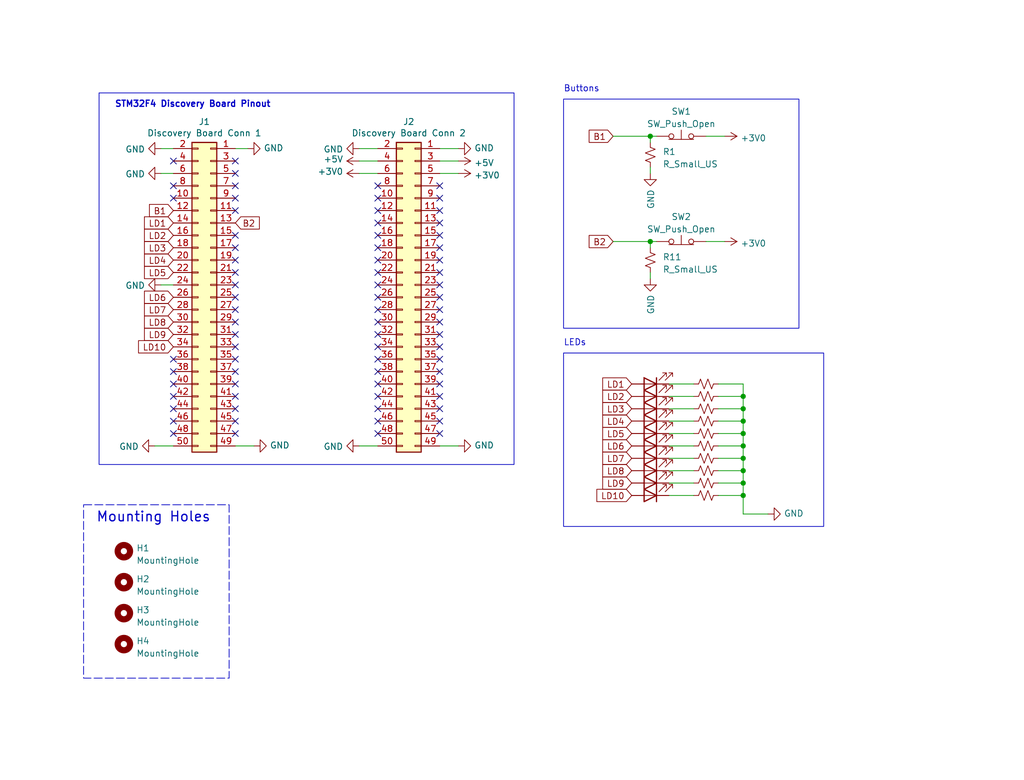
<source format=kicad_sch>
(kicad_sch (version 20230121) (generator eeschema)

  (uuid 59e32937-9a01-4176-8507-a8d1db37ad98)

  (paper "User" 210.007 159.995)

  (title_block
    (title "STM32F4 Kitchen Timer Shield")
    (date "2023-05-07")
    (rev "1.0")
  )

  (lib_symbols
    (symbol "Connector_Generic:Conn_02x25_Odd_Even" (pin_names (offset 1.016) hide) (in_bom yes) (on_board yes)
      (property "Reference" "J" (at 1.27 33.02 0)
        (effects (font (size 1.27 1.27)))
      )
      (property "Value" "Conn_02x25_Odd_Even" (at 1.27 -33.02 0)
        (effects (font (size 1.27 1.27)))
      )
      (property "Footprint" "" (at 0 0 0)
        (effects (font (size 1.27 1.27)) hide)
      )
      (property "Datasheet" "~" (at 0 0 0)
        (effects (font (size 1.27 1.27)) hide)
      )
      (property "ki_keywords" "connector" (at 0 0 0)
        (effects (font (size 1.27 1.27)) hide)
      )
      (property "ki_description" "Generic connector, double row, 02x25, odd/even pin numbering scheme (row 1 odd numbers, row 2 even numbers), script generated (kicad-library-utils/schlib/autogen/connector/)" (at 0 0 0)
        (effects (font (size 1.27 1.27)) hide)
      )
      (property "ki_fp_filters" "Connector*:*_2x??_*" (at 0 0 0)
        (effects (font (size 1.27 1.27)) hide)
      )
      (symbol "Conn_02x25_Odd_Even_1_1"
        (rectangle (start -1.27 -30.353) (end 0 -30.607)
          (stroke (width 0.1524) (type default))
          (fill (type none))
        )
        (rectangle (start -1.27 -27.813) (end 0 -28.067)
          (stroke (width 0.1524) (type default))
          (fill (type none))
        )
        (rectangle (start -1.27 -25.273) (end 0 -25.527)
          (stroke (width 0.1524) (type default))
          (fill (type none))
        )
        (rectangle (start -1.27 -22.733) (end 0 -22.987)
          (stroke (width 0.1524) (type default))
          (fill (type none))
        )
        (rectangle (start -1.27 -20.193) (end 0 -20.447)
          (stroke (width 0.1524) (type default))
          (fill (type none))
        )
        (rectangle (start -1.27 -17.653) (end 0 -17.907)
          (stroke (width 0.1524) (type default))
          (fill (type none))
        )
        (rectangle (start -1.27 -15.113) (end 0 -15.367)
          (stroke (width 0.1524) (type default))
          (fill (type none))
        )
        (rectangle (start -1.27 -12.573) (end 0 -12.827)
          (stroke (width 0.1524) (type default))
          (fill (type none))
        )
        (rectangle (start -1.27 -10.033) (end 0 -10.287)
          (stroke (width 0.1524) (type default))
          (fill (type none))
        )
        (rectangle (start -1.27 -7.493) (end 0 -7.747)
          (stroke (width 0.1524) (type default))
          (fill (type none))
        )
        (rectangle (start -1.27 -4.953) (end 0 -5.207)
          (stroke (width 0.1524) (type default))
          (fill (type none))
        )
        (rectangle (start -1.27 -2.413) (end 0 -2.667)
          (stroke (width 0.1524) (type default))
          (fill (type none))
        )
        (rectangle (start -1.27 0.127) (end 0 -0.127)
          (stroke (width 0.1524) (type default))
          (fill (type none))
        )
        (rectangle (start -1.27 2.667) (end 0 2.413)
          (stroke (width 0.1524) (type default))
          (fill (type none))
        )
        (rectangle (start -1.27 5.207) (end 0 4.953)
          (stroke (width 0.1524) (type default))
          (fill (type none))
        )
        (rectangle (start -1.27 7.747) (end 0 7.493)
          (stroke (width 0.1524) (type default))
          (fill (type none))
        )
        (rectangle (start -1.27 10.287) (end 0 10.033)
          (stroke (width 0.1524) (type default))
          (fill (type none))
        )
        (rectangle (start -1.27 12.827) (end 0 12.573)
          (stroke (width 0.1524) (type default))
          (fill (type none))
        )
        (rectangle (start -1.27 15.367) (end 0 15.113)
          (stroke (width 0.1524) (type default))
          (fill (type none))
        )
        (rectangle (start -1.27 17.907) (end 0 17.653)
          (stroke (width 0.1524) (type default))
          (fill (type none))
        )
        (rectangle (start -1.27 20.447) (end 0 20.193)
          (stroke (width 0.1524) (type default))
          (fill (type none))
        )
        (rectangle (start -1.27 22.987) (end 0 22.733)
          (stroke (width 0.1524) (type default))
          (fill (type none))
        )
        (rectangle (start -1.27 25.527) (end 0 25.273)
          (stroke (width 0.1524) (type default))
          (fill (type none))
        )
        (rectangle (start -1.27 28.067) (end 0 27.813)
          (stroke (width 0.1524) (type default))
          (fill (type none))
        )
        (rectangle (start -1.27 30.607) (end 0 30.353)
          (stroke (width 0.1524) (type default))
          (fill (type none))
        )
        (rectangle (start -1.27 31.75) (end 3.81 -31.75)
          (stroke (width 0.254) (type default))
          (fill (type background))
        )
        (rectangle (start 3.81 -30.353) (end 2.54 -30.607)
          (stroke (width 0.1524) (type default))
          (fill (type none))
        )
        (rectangle (start 3.81 -27.813) (end 2.54 -28.067)
          (stroke (width 0.1524) (type default))
          (fill (type none))
        )
        (rectangle (start 3.81 -25.273) (end 2.54 -25.527)
          (stroke (width 0.1524) (type default))
          (fill (type none))
        )
        (rectangle (start 3.81 -22.733) (end 2.54 -22.987)
          (stroke (width 0.1524) (type default))
          (fill (type none))
        )
        (rectangle (start 3.81 -20.193) (end 2.54 -20.447)
          (stroke (width 0.1524) (type default))
          (fill (type none))
        )
        (rectangle (start 3.81 -17.653) (end 2.54 -17.907)
          (stroke (width 0.1524) (type default))
          (fill (type none))
        )
        (rectangle (start 3.81 -15.113) (end 2.54 -15.367)
          (stroke (width 0.1524) (type default))
          (fill (type none))
        )
        (rectangle (start 3.81 -12.573) (end 2.54 -12.827)
          (stroke (width 0.1524) (type default))
          (fill (type none))
        )
        (rectangle (start 3.81 -10.033) (end 2.54 -10.287)
          (stroke (width 0.1524) (type default))
          (fill (type none))
        )
        (rectangle (start 3.81 -7.493) (end 2.54 -7.747)
          (stroke (width 0.1524) (type default))
          (fill (type none))
        )
        (rectangle (start 3.81 -4.953) (end 2.54 -5.207)
          (stroke (width 0.1524) (type default))
          (fill (type none))
        )
        (rectangle (start 3.81 -2.413) (end 2.54 -2.667)
          (stroke (width 0.1524) (type default))
          (fill (type none))
        )
        (rectangle (start 3.81 0.127) (end 2.54 -0.127)
          (stroke (width 0.1524) (type default))
          (fill (type none))
        )
        (rectangle (start 3.81 2.667) (end 2.54 2.413)
          (stroke (width 0.1524) (type default))
          (fill (type none))
        )
        (rectangle (start 3.81 5.207) (end 2.54 4.953)
          (stroke (width 0.1524) (type default))
          (fill (type none))
        )
        (rectangle (start 3.81 7.747) (end 2.54 7.493)
          (stroke (width 0.1524) (type default))
          (fill (type none))
        )
        (rectangle (start 3.81 10.287) (end 2.54 10.033)
          (stroke (width 0.1524) (type default))
          (fill (type none))
        )
        (rectangle (start 3.81 12.827) (end 2.54 12.573)
          (stroke (width 0.1524) (type default))
          (fill (type none))
        )
        (rectangle (start 3.81 15.367) (end 2.54 15.113)
          (stroke (width 0.1524) (type default))
          (fill (type none))
        )
        (rectangle (start 3.81 17.907) (end 2.54 17.653)
          (stroke (width 0.1524) (type default))
          (fill (type none))
        )
        (rectangle (start 3.81 20.447) (end 2.54 20.193)
          (stroke (width 0.1524) (type default))
          (fill (type none))
        )
        (rectangle (start 3.81 22.987) (end 2.54 22.733)
          (stroke (width 0.1524) (type default))
          (fill (type none))
        )
        (rectangle (start 3.81 25.527) (end 2.54 25.273)
          (stroke (width 0.1524) (type default))
          (fill (type none))
        )
        (rectangle (start 3.81 28.067) (end 2.54 27.813)
          (stroke (width 0.1524) (type default))
          (fill (type none))
        )
        (rectangle (start 3.81 30.607) (end 2.54 30.353)
          (stroke (width 0.1524) (type default))
          (fill (type none))
        )
        (pin passive line (at -5.08 30.48 0) (length 3.81)
          (name "Pin_1" (effects (font (size 1.27 1.27))))
          (number "1" (effects (font (size 1.27 1.27))))
        )
        (pin passive line (at 7.62 20.32 180) (length 3.81)
          (name "Pin_10" (effects (font (size 1.27 1.27))))
          (number "10" (effects (font (size 1.27 1.27))))
        )
        (pin passive line (at -5.08 17.78 0) (length 3.81)
          (name "Pin_11" (effects (font (size 1.27 1.27))))
          (number "11" (effects (font (size 1.27 1.27))))
        )
        (pin passive line (at 7.62 17.78 180) (length 3.81)
          (name "Pin_12" (effects (font (size 1.27 1.27))))
          (number "12" (effects (font (size 1.27 1.27))))
        )
        (pin passive line (at -5.08 15.24 0) (length 3.81)
          (name "Pin_13" (effects (font (size 1.27 1.27))))
          (number "13" (effects (font (size 1.27 1.27))))
        )
        (pin passive line (at 7.62 15.24 180) (length 3.81)
          (name "Pin_14" (effects (font (size 1.27 1.27))))
          (number "14" (effects (font (size 1.27 1.27))))
        )
        (pin passive line (at -5.08 12.7 0) (length 3.81)
          (name "Pin_15" (effects (font (size 1.27 1.27))))
          (number "15" (effects (font (size 1.27 1.27))))
        )
        (pin passive line (at 7.62 12.7 180) (length 3.81)
          (name "Pin_16" (effects (font (size 1.27 1.27))))
          (number "16" (effects (font (size 1.27 1.27))))
        )
        (pin passive line (at -5.08 10.16 0) (length 3.81)
          (name "Pin_17" (effects (font (size 1.27 1.27))))
          (number "17" (effects (font (size 1.27 1.27))))
        )
        (pin passive line (at 7.62 10.16 180) (length 3.81)
          (name "Pin_18" (effects (font (size 1.27 1.27))))
          (number "18" (effects (font (size 1.27 1.27))))
        )
        (pin passive line (at -5.08 7.62 0) (length 3.81)
          (name "Pin_19" (effects (font (size 1.27 1.27))))
          (number "19" (effects (font (size 1.27 1.27))))
        )
        (pin passive line (at 7.62 30.48 180) (length 3.81)
          (name "Pin_2" (effects (font (size 1.27 1.27))))
          (number "2" (effects (font (size 1.27 1.27))))
        )
        (pin passive line (at 7.62 7.62 180) (length 3.81)
          (name "Pin_20" (effects (font (size 1.27 1.27))))
          (number "20" (effects (font (size 1.27 1.27))))
        )
        (pin passive line (at -5.08 5.08 0) (length 3.81)
          (name "Pin_21" (effects (font (size 1.27 1.27))))
          (number "21" (effects (font (size 1.27 1.27))))
        )
        (pin passive line (at 7.62 5.08 180) (length 3.81)
          (name "Pin_22" (effects (font (size 1.27 1.27))))
          (number "22" (effects (font (size 1.27 1.27))))
        )
        (pin passive line (at -5.08 2.54 0) (length 3.81)
          (name "Pin_23" (effects (font (size 1.27 1.27))))
          (number "23" (effects (font (size 1.27 1.27))))
        )
        (pin passive line (at 7.62 2.54 180) (length 3.81)
          (name "Pin_24" (effects (font (size 1.27 1.27))))
          (number "24" (effects (font (size 1.27 1.27))))
        )
        (pin passive line (at -5.08 0 0) (length 3.81)
          (name "Pin_25" (effects (font (size 1.27 1.27))))
          (number "25" (effects (font (size 1.27 1.27))))
        )
        (pin passive line (at 7.62 0 180) (length 3.81)
          (name "Pin_26" (effects (font (size 1.27 1.27))))
          (number "26" (effects (font (size 1.27 1.27))))
        )
        (pin passive line (at -5.08 -2.54 0) (length 3.81)
          (name "Pin_27" (effects (font (size 1.27 1.27))))
          (number "27" (effects (font (size 1.27 1.27))))
        )
        (pin passive line (at 7.62 -2.54 180) (length 3.81)
          (name "Pin_28" (effects (font (size 1.27 1.27))))
          (number "28" (effects (font (size 1.27 1.27))))
        )
        (pin passive line (at -5.08 -5.08 0) (length 3.81)
          (name "Pin_29" (effects (font (size 1.27 1.27))))
          (number "29" (effects (font (size 1.27 1.27))))
        )
        (pin passive line (at -5.08 27.94 0) (length 3.81)
          (name "Pin_3" (effects (font (size 1.27 1.27))))
          (number "3" (effects (font (size 1.27 1.27))))
        )
        (pin passive line (at 7.62 -5.08 180) (length 3.81)
          (name "Pin_30" (effects (font (size 1.27 1.27))))
          (number "30" (effects (font (size 1.27 1.27))))
        )
        (pin passive line (at -5.08 -7.62 0) (length 3.81)
          (name "Pin_31" (effects (font (size 1.27 1.27))))
          (number "31" (effects (font (size 1.27 1.27))))
        )
        (pin passive line (at 7.62 -7.62 180) (length 3.81)
          (name "Pin_32" (effects (font (size 1.27 1.27))))
          (number "32" (effects (font (size 1.27 1.27))))
        )
        (pin passive line (at -5.08 -10.16 0) (length 3.81)
          (name "Pin_33" (effects (font (size 1.27 1.27))))
          (number "33" (effects (font (size 1.27 1.27))))
        )
        (pin passive line (at 7.62 -10.16 180) (length 3.81)
          (name "Pin_34" (effects (font (size 1.27 1.27))))
          (number "34" (effects (font (size 1.27 1.27))))
        )
        (pin passive line (at -5.08 -12.7 0) (length 3.81)
          (name "Pin_35" (effects (font (size 1.27 1.27))))
          (number "35" (effects (font (size 1.27 1.27))))
        )
        (pin passive line (at 7.62 -12.7 180) (length 3.81)
          (name "Pin_36" (effects (font (size 1.27 1.27))))
          (number "36" (effects (font (size 1.27 1.27))))
        )
        (pin passive line (at -5.08 -15.24 0) (length 3.81)
          (name "Pin_37" (effects (font (size 1.27 1.27))))
          (number "37" (effects (font (size 1.27 1.27))))
        )
        (pin passive line (at 7.62 -15.24 180) (length 3.81)
          (name "Pin_38" (effects (font (size 1.27 1.27))))
          (number "38" (effects (font (size 1.27 1.27))))
        )
        (pin passive line (at -5.08 -17.78 0) (length 3.81)
          (name "Pin_39" (effects (font (size 1.27 1.27))))
          (number "39" (effects (font (size 1.27 1.27))))
        )
        (pin passive line (at 7.62 27.94 180) (length 3.81)
          (name "Pin_4" (effects (font (size 1.27 1.27))))
          (number "4" (effects (font (size 1.27 1.27))))
        )
        (pin passive line (at 7.62 -17.78 180) (length 3.81)
          (name "Pin_40" (effects (font (size 1.27 1.27))))
          (number "40" (effects (font (size 1.27 1.27))))
        )
        (pin passive line (at -5.08 -20.32 0) (length 3.81)
          (name "Pin_41" (effects (font (size 1.27 1.27))))
          (number "41" (effects (font (size 1.27 1.27))))
        )
        (pin passive line (at 7.62 -20.32 180) (length 3.81)
          (name "Pin_42" (effects (font (size 1.27 1.27))))
          (number "42" (effects (font (size 1.27 1.27))))
        )
        (pin passive line (at -5.08 -22.86 0) (length 3.81)
          (name "Pin_43" (effects (font (size 1.27 1.27))))
          (number "43" (effects (font (size 1.27 1.27))))
        )
        (pin passive line (at 7.62 -22.86 180) (length 3.81)
          (name "Pin_44" (effects (font (size 1.27 1.27))))
          (number "44" (effects (font (size 1.27 1.27))))
        )
        (pin passive line (at -5.08 -25.4 0) (length 3.81)
          (name "Pin_45" (effects (font (size 1.27 1.27))))
          (number "45" (effects (font (size 1.27 1.27))))
        )
        (pin passive line (at 7.62 -25.4 180) (length 3.81)
          (name "Pin_46" (effects (font (size 1.27 1.27))))
          (number "46" (effects (font (size 1.27 1.27))))
        )
        (pin passive line (at -5.08 -27.94 0) (length 3.81)
          (name "Pin_47" (effects (font (size 1.27 1.27))))
          (number "47" (effects (font (size 1.27 1.27))))
        )
        (pin passive line (at 7.62 -27.94 180) (length 3.81)
          (name "Pin_48" (effects (font (size 1.27 1.27))))
          (number "48" (effects (font (size 1.27 1.27))))
        )
        (pin passive line (at -5.08 -30.48 0) (length 3.81)
          (name "Pin_49" (effects (font (size 1.27 1.27))))
          (number "49" (effects (font (size 1.27 1.27))))
        )
        (pin passive line (at -5.08 25.4 0) (length 3.81)
          (name "Pin_5" (effects (font (size 1.27 1.27))))
          (number "5" (effects (font (size 1.27 1.27))))
        )
        (pin passive line (at 7.62 -30.48 180) (length 3.81)
          (name "Pin_50" (effects (font (size 1.27 1.27))))
          (number "50" (effects (font (size 1.27 1.27))))
        )
        (pin passive line (at 7.62 25.4 180) (length 3.81)
          (name "Pin_6" (effects (font (size 1.27 1.27))))
          (number "6" (effects (font (size 1.27 1.27))))
        )
        (pin passive line (at -5.08 22.86 0) (length 3.81)
          (name "Pin_7" (effects (font (size 1.27 1.27))))
          (number "7" (effects (font (size 1.27 1.27))))
        )
        (pin passive line (at 7.62 22.86 180) (length 3.81)
          (name "Pin_8" (effects (font (size 1.27 1.27))))
          (number "8" (effects (font (size 1.27 1.27))))
        )
        (pin passive line (at -5.08 20.32 0) (length 3.81)
          (name "Pin_9" (effects (font (size 1.27 1.27))))
          (number "9" (effects (font (size 1.27 1.27))))
        )
      )
    )
    (symbol "Device:LED" (pin_numbers hide) (pin_names (offset 1.016) hide) (in_bom yes) (on_board yes)
      (property "Reference" "D" (at 0 2.54 0)
        (effects (font (size 1.27 1.27)))
      )
      (property "Value" "LED" (at 0 -2.54 0)
        (effects (font (size 1.27 1.27)))
      )
      (property "Footprint" "" (at 0 0 0)
        (effects (font (size 1.27 1.27)) hide)
      )
      (property "Datasheet" "~" (at 0 0 0)
        (effects (font (size 1.27 1.27)) hide)
      )
      (property "ki_keywords" "LED diode" (at 0 0 0)
        (effects (font (size 1.27 1.27)) hide)
      )
      (property "ki_description" "Light emitting diode" (at 0 0 0)
        (effects (font (size 1.27 1.27)) hide)
      )
      (property "ki_fp_filters" "LED* LED_SMD:* LED_THT:*" (at 0 0 0)
        (effects (font (size 1.27 1.27)) hide)
      )
      (symbol "LED_0_1"
        (polyline
          (pts
            (xy -1.27 -1.27)
            (xy -1.27 1.27)
          )
          (stroke (width 0.254) (type default))
          (fill (type none))
        )
        (polyline
          (pts
            (xy -1.27 0)
            (xy 1.27 0)
          )
          (stroke (width 0) (type default))
          (fill (type none))
        )
        (polyline
          (pts
            (xy 1.27 -1.27)
            (xy 1.27 1.27)
            (xy -1.27 0)
            (xy 1.27 -1.27)
          )
          (stroke (width 0.254) (type default))
          (fill (type none))
        )
        (polyline
          (pts
            (xy -3.048 -0.762)
            (xy -4.572 -2.286)
            (xy -3.81 -2.286)
            (xy -4.572 -2.286)
            (xy -4.572 -1.524)
          )
          (stroke (width 0) (type default))
          (fill (type none))
        )
        (polyline
          (pts
            (xy -1.778 -0.762)
            (xy -3.302 -2.286)
            (xy -2.54 -2.286)
            (xy -3.302 -2.286)
            (xy -3.302 -1.524)
          )
          (stroke (width 0) (type default))
          (fill (type none))
        )
      )
      (symbol "LED_1_1"
        (pin passive line (at -3.81 0 0) (length 2.54)
          (name "K" (effects (font (size 1.27 1.27))))
          (number "1" (effects (font (size 1.27 1.27))))
        )
        (pin passive line (at 3.81 0 180) (length 2.54)
          (name "A" (effects (font (size 1.27 1.27))))
          (number "2" (effects (font (size 1.27 1.27))))
        )
      )
    )
    (symbol "Device:R_Small_US" (pin_numbers hide) (pin_names (offset 0.254) hide) (in_bom yes) (on_board yes)
      (property "Reference" "R" (at 0.762 0.508 0)
        (effects (font (size 1.27 1.27)) (justify left))
      )
      (property "Value" "R_Small_US" (at 0.762 -1.016 0)
        (effects (font (size 1.27 1.27)) (justify left))
      )
      (property "Footprint" "" (at 0 0 0)
        (effects (font (size 1.27 1.27)) hide)
      )
      (property "Datasheet" "~" (at 0 0 0)
        (effects (font (size 1.27 1.27)) hide)
      )
      (property "ki_keywords" "r resistor" (at 0 0 0)
        (effects (font (size 1.27 1.27)) hide)
      )
      (property "ki_description" "Resistor, small US symbol" (at 0 0 0)
        (effects (font (size 1.27 1.27)) hide)
      )
      (property "ki_fp_filters" "R_*" (at 0 0 0)
        (effects (font (size 1.27 1.27)) hide)
      )
      (symbol "R_Small_US_1_1"
        (polyline
          (pts
            (xy 0 0)
            (xy 1.016 -0.381)
            (xy 0 -0.762)
            (xy -1.016 -1.143)
            (xy 0 -1.524)
          )
          (stroke (width 0) (type default))
          (fill (type none))
        )
        (polyline
          (pts
            (xy 0 1.524)
            (xy 1.016 1.143)
            (xy 0 0.762)
            (xy -1.016 0.381)
            (xy 0 0)
          )
          (stroke (width 0) (type default))
          (fill (type none))
        )
        (pin passive line (at 0 2.54 270) (length 1.016)
          (name "~" (effects (font (size 1.27 1.27))))
          (number "1" (effects (font (size 1.27 1.27))))
        )
        (pin passive line (at 0 -2.54 90) (length 1.016)
          (name "~" (effects (font (size 1.27 1.27))))
          (number "2" (effects (font (size 1.27 1.27))))
        )
      )
    )
    (symbol "Mechanical:MountingHole" (pin_names (offset 1.016)) (in_bom yes) (on_board yes)
      (property "Reference" "H" (at 0 5.08 0)
        (effects (font (size 1.27 1.27)))
      )
      (property "Value" "MountingHole" (at 0 3.175 0)
        (effects (font (size 1.27 1.27)))
      )
      (property "Footprint" "" (at 0 0 0)
        (effects (font (size 1.27 1.27)) hide)
      )
      (property "Datasheet" "~" (at 0 0 0)
        (effects (font (size 1.27 1.27)) hide)
      )
      (property "ki_keywords" "mounting hole" (at 0 0 0)
        (effects (font (size 1.27 1.27)) hide)
      )
      (property "ki_description" "Mounting Hole without connection" (at 0 0 0)
        (effects (font (size 1.27 1.27)) hide)
      )
      (property "ki_fp_filters" "MountingHole*" (at 0 0 0)
        (effects (font (size 1.27 1.27)) hide)
      )
      (symbol "MountingHole_0_1"
        (circle (center 0 0) (radius 1.27)
          (stroke (width 1.27) (type default))
          (fill (type none))
        )
      )
    )
    (symbol "Switch:SW_Push_Open" (pin_numbers hide) (pin_names (offset 1.016) hide) (in_bom yes) (on_board yes)
      (property "Reference" "SW" (at 0 2.54 0)
        (effects (font (size 1.27 1.27)))
      )
      (property "Value" "SW_Push_Open" (at 0 -1.905 0)
        (effects (font (size 1.27 1.27)))
      )
      (property "Footprint" "" (at 0 5.08 0)
        (effects (font (size 1.27 1.27)) hide)
      )
      (property "Datasheet" "~" (at 0 5.08 0)
        (effects (font (size 1.27 1.27)) hide)
      )
      (property "ki_keywords" "switch normally-closed pushbutton push-button" (at 0 0 0)
        (effects (font (size 1.27 1.27)) hide)
      )
      (property "ki_description" "Push button switch, push-to-open, generic, two pins" (at 0 0 0)
        (effects (font (size 1.27 1.27)) hide)
      )
      (symbol "SW_Push_Open_0_1"
        (circle (center -2.032 0) (radius 0.508)
          (stroke (width 0) (type default))
          (fill (type none))
        )
        (polyline
          (pts
            (xy -2.54 -0.635)
            (xy 2.54 -0.635)
          )
          (stroke (width 0) (type default))
          (fill (type none))
        )
        (polyline
          (pts
            (xy 0 -0.635)
            (xy 0 1.27)
          )
          (stroke (width 0) (type default))
          (fill (type none))
        )
        (circle (center 2.032 0) (radius 0.508)
          (stroke (width 0) (type default))
          (fill (type none))
        )
        (pin passive line (at -5.08 0 0) (length 2.54)
          (name "A" (effects (font (size 1.27 1.27))))
          (number "1" (effects (font (size 1.27 1.27))))
        )
      )
      (symbol "SW_Push_Open_1_1"
        (pin passive line (at 5.08 0 180) (length 2.54)
          (name "B" (effects (font (size 1.27 1.27))))
          (number "2" (effects (font (size 1.27 1.27))))
        )
      )
    )
    (symbol "power:+3V0" (power) (pin_names (offset 0)) (in_bom yes) (on_board yes)
      (property "Reference" "#PWR" (at 0 -3.81 0)
        (effects (font (size 1.27 1.27)) hide)
      )
      (property "Value" "+3V0" (at 0 3.556 0)
        (effects (font (size 1.27 1.27)))
      )
      (property "Footprint" "" (at 0 0 0)
        (effects (font (size 1.27 1.27)) hide)
      )
      (property "Datasheet" "" (at 0 0 0)
        (effects (font (size 1.27 1.27)) hide)
      )
      (property "ki_keywords" "global power" (at 0 0 0)
        (effects (font (size 1.27 1.27)) hide)
      )
      (property "ki_description" "Power symbol creates a global label with name \"+3V0\"" (at 0 0 0)
        (effects (font (size 1.27 1.27)) hide)
      )
      (symbol "+3V0_0_1"
        (polyline
          (pts
            (xy -0.762 1.27)
            (xy 0 2.54)
          )
          (stroke (width 0) (type default))
          (fill (type none))
        )
        (polyline
          (pts
            (xy 0 0)
            (xy 0 2.54)
          )
          (stroke (width 0) (type default))
          (fill (type none))
        )
        (polyline
          (pts
            (xy 0 2.54)
            (xy 0.762 1.27)
          )
          (stroke (width 0) (type default))
          (fill (type none))
        )
      )
      (symbol "+3V0_1_1"
        (pin power_in line (at 0 0 90) (length 0) hide
          (name "+3V0" (effects (font (size 1.27 1.27))))
          (number "1" (effects (font (size 1.27 1.27))))
        )
      )
    )
    (symbol "power:+5V" (power) (pin_names (offset 0)) (in_bom yes) (on_board yes)
      (property "Reference" "#PWR" (at 0 -3.81 0)
        (effects (font (size 1.27 1.27)) hide)
      )
      (property "Value" "+5V" (at 0 3.556 0)
        (effects (font (size 1.27 1.27)))
      )
      (property "Footprint" "" (at 0 0 0)
        (effects (font (size 1.27 1.27)) hide)
      )
      (property "Datasheet" "" (at 0 0 0)
        (effects (font (size 1.27 1.27)) hide)
      )
      (property "ki_keywords" "global power" (at 0 0 0)
        (effects (font (size 1.27 1.27)) hide)
      )
      (property "ki_description" "Power symbol creates a global label with name \"+5V\"" (at 0 0 0)
        (effects (font (size 1.27 1.27)) hide)
      )
      (symbol "+5V_0_1"
        (polyline
          (pts
            (xy -0.762 1.27)
            (xy 0 2.54)
          )
          (stroke (width 0) (type default))
          (fill (type none))
        )
        (polyline
          (pts
            (xy 0 0)
            (xy 0 2.54)
          )
          (stroke (width 0) (type default))
          (fill (type none))
        )
        (polyline
          (pts
            (xy 0 2.54)
            (xy 0.762 1.27)
          )
          (stroke (width 0) (type default))
          (fill (type none))
        )
      )
      (symbol "+5V_1_1"
        (pin power_in line (at 0 0 90) (length 0) hide
          (name "+5V" (effects (font (size 1.27 1.27))))
          (number "1" (effects (font (size 1.27 1.27))))
        )
      )
    )
    (symbol "power:GND" (power) (pin_names (offset 0)) (in_bom yes) (on_board yes)
      (property "Reference" "#PWR" (at 0 -6.35 0)
        (effects (font (size 1.27 1.27)) hide)
      )
      (property "Value" "GND" (at 0 -3.81 0)
        (effects (font (size 1.27 1.27)))
      )
      (property "Footprint" "" (at 0 0 0)
        (effects (font (size 1.27 1.27)) hide)
      )
      (property "Datasheet" "" (at 0 0 0)
        (effects (font (size 1.27 1.27)) hide)
      )
      (property "ki_keywords" "global power" (at 0 0 0)
        (effects (font (size 1.27 1.27)) hide)
      )
      (property "ki_description" "Power symbol creates a global label with name \"GND\" , ground" (at 0 0 0)
        (effects (font (size 1.27 1.27)) hide)
      )
      (symbol "GND_0_1"
        (polyline
          (pts
            (xy 0 0)
            (xy 0 -1.27)
            (xy 1.27 -1.27)
            (xy 0 -2.54)
            (xy -1.27 -1.27)
            (xy 0 -1.27)
          )
          (stroke (width 0) (type default))
          (fill (type none))
        )
      )
      (symbol "GND_1_1"
        (pin power_in line (at 0 0 270) (length 0) hide
          (name "GND" (effects (font (size 1.27 1.27))))
          (number "1" (effects (font (size 1.27 1.27))))
        )
      )
    )
  )

  (junction (at 133.35 27.94) (diameter 0) (color 0 0 0 0)
    (uuid 0e764d70-ffcc-4a74-9c9d-d97a28927b7d)
  )
  (junction (at 152.4 99.06) (diameter 0) (color 0 0 0 0)
    (uuid 1d0a5ce3-f2c6-4247-bb11-048ecaece15a)
  )
  (junction (at 152.4 93.98) (diameter 0) (color 0 0 0 0)
    (uuid 251930e4-a238-4201-9664-cea42676a653)
  )
  (junction (at 133.35 49.53) (diameter 0) (color 0 0 0 0)
    (uuid 2723d93d-14bb-4f40-b6da-0dc667eb91db)
  )
  (junction (at 152.4 96.52) (diameter 0) (color 0 0 0 0)
    (uuid 2baf657e-be52-4f74-8973-732596cd97d7)
  )
  (junction (at 152.4 88.9) (diameter 0) (color 0 0 0 0)
    (uuid 300bc6c3-3746-47fe-a456-eae680b2eb4f)
  )
  (junction (at 152.4 91.44) (diameter 0) (color 0 0 0 0)
    (uuid 5f475c57-d0b8-4ffe-9a68-d5e148ccb363)
  )
  (junction (at 152.4 81.28) (diameter 0) (color 0 0 0 0)
    (uuid cc2fba36-a533-4c3e-a7a9-9c7253e5f4c4)
  )
  (junction (at 152.4 101.6) (diameter 0) (color 0 0 0 0)
    (uuid d0075dcb-1f9b-434c-892e-1e353dc05708)
  )
  (junction (at 152.4 83.82) (diameter 0) (color 0 0 0 0)
    (uuid edaec81b-6e98-449a-ad5a-90222b047941)
  )
  (junction (at 152.4 86.36) (diameter 0) (color 0 0 0 0)
    (uuid fe8fc617-c976-478b-97fe-dce85f5f7830)
  )

  (no_connect (at 48.26 60.96) (uuid 00f199c5-0194-4b80-a581-76abd4186cf1))
  (no_connect (at 90.17 76.2) (uuid 089cb921-7990-40e7-8a72-374ea841c7a2))
  (no_connect (at 48.26 33.02) (uuid 0c6f1b48-1393-41e8-b7f6-2447885171ba))
  (no_connect (at 77.47 38.1) (uuid 11764fc5-d633-472e-b59a-dfe58147f838))
  (no_connect (at 35.56 40.64) (uuid 1c730537-91db-43b6-8db4-539da0d2b3af))
  (no_connect (at 77.47 81.28) (uuid 1ede0cac-d239-495a-9a4d-120fddd3c323))
  (no_connect (at 35.56 33.02) (uuid 22ae6963-c672-40d3-85e5-55472ffbde15))
  (no_connect (at 90.17 40.64) (uuid 232f24c6-4cc2-488b-b354-0d2b5d39f3d5))
  (no_connect (at 48.26 71.12) (uuid 246b3178-4413-4cb9-b3f9-728b8a539d53))
  (no_connect (at 90.17 83.82) (uuid 271418b0-e81d-47e2-b07c-d2cabdb87598))
  (no_connect (at 90.17 43.18) (uuid 28058295-0992-48b7-b0a2-a9d120f5f270))
  (no_connect (at 77.47 50.8) (uuid 29673583-9006-4d2a-88ec-6b5729061300))
  (no_connect (at 77.47 55.88) (uuid 2abce3a7-280b-4915-b8f7-e7a6a012366b))
  (no_connect (at 90.17 53.34) (uuid 2c2e544a-fca3-4dff-b019-7e065fe4efb4))
  (no_connect (at 48.26 81.28) (uuid 2c54eb17-3059-450a-afa8-1b762f467fa2))
  (no_connect (at 90.17 81.28) (uuid 385ad9d9-f126-42f0-8d25-2072d5cedcf8))
  (no_connect (at 48.26 55.88) (uuid 3a79fa91-f404-4e9a-8ba7-10de3fd1a3c2))
  (no_connect (at 35.56 88.9) (uuid 3dac6497-d942-49d2-bf10-71553fcab0e0))
  (no_connect (at 48.26 83.82) (uuid 3df1cfbd-9581-44c8-92ab-eb64440ceaab))
  (no_connect (at 77.47 58.42) (uuid 43301bc3-13fd-4a64-a82a-a9ebfd334cc2))
  (no_connect (at 90.17 58.42) (uuid 48326ea6-2567-4348-8874-54ba3db6f38d))
  (no_connect (at 90.17 71.12) (uuid 48f822f1-73d5-4aac-b7f9-286c6454526a))
  (no_connect (at 48.26 48.26) (uuid 4bb41fa9-42e2-4a62-85a4-83f9c5c76c4b))
  (no_connect (at 77.47 76.2) (uuid 4c8a7ca3-f516-44f8-a938-a54550d446aa))
  (no_connect (at 90.17 60.96) (uuid 4e5c4bf4-de05-48a4-b295-fbcb949480ec))
  (no_connect (at 48.26 76.2) (uuid 4ec78145-f746-4364-86f7-29384b8ab357))
  (no_connect (at 90.17 45.72) (uuid 59ef11ad-829f-47ba-890e-d9697b9d1491))
  (no_connect (at 48.26 86.36) (uuid 5a469204-b85f-4fd6-9288-3a93e60b260f))
  (no_connect (at 77.47 53.34) (uuid 60984026-a33f-4981-a7a2-731506a2dd53))
  (no_connect (at 77.47 71.12) (uuid 639f6dd2-f3d0-46c0-a398-c618f5e734b0))
  (no_connect (at 35.56 81.28) (uuid 6b11b03b-dc3a-4d7b-92b6-b2638412e66b))
  (no_connect (at 48.26 53.34) (uuid 6fb8a4cb-8f39-45a8-917e-c269d29cc751))
  (no_connect (at 77.47 43.18) (uuid 709d27c7-164c-4a78-a5ed-5fc7c50c3ad9))
  (no_connect (at 77.47 66.04) (uuid 754fc096-2b0e-4afa-86e4-4845c7189f14))
  (no_connect (at 48.26 35.56) (uuid 7923404a-d17d-457e-ad70-6a40d6058101))
  (no_connect (at 77.47 48.26) (uuid 793fb946-3ed9-4f80-a1c4-e538c859c11b))
  (no_connect (at 90.17 66.04) (uuid 79e1d727-37c2-4933-9108-c4b8897c9a83))
  (no_connect (at 77.47 86.36) (uuid 81f939b5-4c9e-4abe-8cef-a349063b0a66))
  (no_connect (at 77.47 40.64) (uuid 825eecfa-13ee-4e18-9b9e-eb67ea783de7))
  (no_connect (at 48.26 63.5) (uuid 83b5c3f4-1c2f-4a54-a4e2-16a32847f94f))
  (no_connect (at 90.17 73.66) (uuid 84c27f04-c885-4ff3-97cc-a4d64985bd12))
  (no_connect (at 35.56 76.2) (uuid 89a8c63b-b4d9-4b9f-ace4-f3394460108c))
  (no_connect (at 48.26 88.9) (uuid 89bb9f67-9ea4-4c0b-b905-5abcff25a22b))
  (no_connect (at 48.26 40.64) (uuid 8b888332-9110-4755-9d07-4a6ed3c32f98))
  (no_connect (at 77.47 60.96) (uuid 8d5df2dc-5033-4342-8651-c7d45c429aa4))
  (no_connect (at 77.47 73.66) (uuid 8d632ddb-7d3e-4389-b62d-c5e2b24f4a2d))
  (no_connect (at 90.17 88.9) (uuid 920b09cf-f19d-4bd0-97f5-e415db8745bd))
  (no_connect (at 35.56 83.82) (uuid 926993a9-53cb-470a-a3fe-e10efd2b7501))
  (no_connect (at 48.26 58.42) (uuid 96095841-5fd5-48d1-978c-b13e91926ced))
  (no_connect (at 90.17 78.74) (uuid 9b4566a2-aad4-419b-ae10-685368a18b60))
  (no_connect (at 35.56 38.1) (uuid 9ea89e47-2668-4784-8782-f2eefebc5a0c))
  (no_connect (at 77.47 83.82) (uuid 9f441ee7-a244-40b5-87c3-1172abc9e6cd))
  (no_connect (at 77.47 63.5) (uuid a40925a3-999b-47ee-b867-a04dd0dcc4d5))
  (no_connect (at 90.17 48.26) (uuid a5eb7842-6d92-4b16-9198-9881b1ac3ec1))
  (no_connect (at 90.17 50.8) (uuid a7802f27-a118-41f1-a662-1a17fbded5a2))
  (no_connect (at 90.17 68.58) (uuid a962bec9-2b06-44a9-bec2-bebd501e116b))
  (no_connect (at 48.26 73.66) (uuid b0bb1c33-b37a-417c-9ceb-bec70a45412c))
  (no_connect (at 35.56 78.74) (uuid b364099f-78fd-4e94-814f-545060a02c24))
  (no_connect (at 48.26 50.8) (uuid b6460854-7a2d-4d06-8028-84f55a81b249))
  (no_connect (at 90.17 86.36) (uuid bb0a9c42-7985-4e39-8920-6dd0612c2d78))
  (no_connect (at 77.47 88.9) (uuid c3318452-be2b-46c9-859a-f7f244426188))
  (no_connect (at 90.17 38.1) (uuid c36c72a4-84a7-44e3-9b6b-bb65a477bd8c))
  (no_connect (at 77.47 45.72) (uuid c40ec830-dae3-4977-b095-de3ae4fb2ad3))
  (no_connect (at 77.47 78.74) (uuid c75895e5-affa-41ee-a0a7-2c1095564cba))
  (no_connect (at 77.47 68.58) (uuid cee42935-3d22-4c43-a5f8-09a032bd3bef))
  (no_connect (at 48.26 68.58) (uuid d250776b-46e4-4e90-93cc-a68bac231e70))
  (no_connect (at 90.17 55.88) (uuid d445f066-59eb-4568-9b4e-76974a82b14b))
  (no_connect (at 35.56 73.66) (uuid d98c5a9c-43d8-4c3d-93d0-53e2ecd7cc76))
  (no_connect (at 35.56 86.36) (uuid dd0830fb-9ac5-4a32-aa19-5f9a900524eb))
  (no_connect (at 48.26 78.74) (uuid e8f0b756-6b9f-4ffb-8cc8-149955a4940a))
  (no_connect (at 48.26 66.04) (uuid f1a71e4e-1350-47c7-b67e-e7f6c0df6349))
  (no_connect (at 48.26 38.1) (uuid f9d9816a-ebda-4bc5-8af0-db9d950fe2c3))
  (no_connect (at 90.17 63.5) (uuid fae65a42-3e8c-4151-b6a5-d5eebb615fa4))
  (no_connect (at 48.26 43.18) (uuid fd3105e3-bb64-46f5-b2e4-5c61881bb1ff))

  (wire (pts (xy 137.16 96.52) (xy 142.24 96.52))
    (stroke (width 0) (type default))
    (uuid 04801ce4-02ff-4f60-a7ad-957f39eb55e4)
  )
  (wire (pts (xy 137.16 78.74) (xy 142.24 78.74))
    (stroke (width 0) (type default))
    (uuid 0d7f25e9-fdcf-4922-b220-f3d3318b1d37)
  )
  (wire (pts (xy 137.16 86.36) (xy 142.24 86.36))
    (stroke (width 0) (type default))
    (uuid 0f4976a4-90c4-4b6b-86e0-086b387acf7b)
  )
  (wire (pts (xy 33.02 35.56) (xy 35.56 35.56))
    (stroke (width 0) (type default))
    (uuid 110d510e-4fe3-4278-9734-502b187cd321)
  )
  (wire (pts (xy 133.35 49.53) (xy 134.62 49.53))
    (stroke (width 0) (type default))
    (uuid 1860c448-d27c-4636-9dd6-fb9ad8e480e3)
  )
  (wire (pts (xy 33.02 30.48) (xy 35.56 30.48))
    (stroke (width 0) (type default))
    (uuid 1881674d-17b9-4802-9758-4f6c27d02086)
  )
  (wire (pts (xy 137.16 101.6) (xy 142.24 101.6))
    (stroke (width 0) (type default))
    (uuid 1a8edc2b-6e5b-4254-8a14-28e12a5f880d)
  )
  (wire (pts (xy 90.17 30.48) (xy 93.98 30.48))
    (stroke (width 0) (type default))
    (uuid 2dd92ed2-e45c-41f8-99d9-7cd4cd85b52e)
  )
  (wire (pts (xy 147.32 78.74) (xy 152.4 78.74))
    (stroke (width 0) (type default))
    (uuid 3276e62c-7bd5-4be9-9840-bfbb3de2c95d)
  )
  (wire (pts (xy 90.17 91.44) (xy 93.98 91.44))
    (stroke (width 0) (type default))
    (uuid 346ffc52-64a4-4f57-b1d6-294b3eb7dfa7)
  )
  (wire (pts (xy 147.32 86.36) (xy 152.4 86.36))
    (stroke (width 0) (type default))
    (uuid 35e6dd95-0a76-4583-b359-a9c6d7ff8f89)
  )
  (wire (pts (xy 147.32 88.9) (xy 152.4 88.9))
    (stroke (width 0) (type default))
    (uuid 395d29cb-11dd-430f-9ec6-b60207f737e1)
  )
  (wire (pts (xy 144.78 49.53) (xy 148.59 49.53))
    (stroke (width 0) (type default))
    (uuid 3f740f7e-d7f8-4a73-8eeb-a26099915d10)
  )
  (wire (pts (xy 147.32 93.98) (xy 152.4 93.98))
    (stroke (width 0) (type default))
    (uuid 46b4ed03-f9c0-4740-9a84-4b5cd812e6ac)
  )
  (wire (pts (xy 152.4 83.82) (xy 152.4 86.36))
    (stroke (width 0) (type default))
    (uuid 4971e832-8f13-4b44-b66e-96f88c2e7484)
  )
  (wire (pts (xy 52.07 91.44) (xy 48.26 91.44))
    (stroke (width 0) (type default))
    (uuid 4b686b44-9004-4221-a350-12d97a33cea3)
  )
  (wire (pts (xy 137.16 99.06) (xy 142.24 99.06))
    (stroke (width 0) (type default))
    (uuid 52454476-d21d-4c12-9705-c298d36dc952)
  )
  (wire (pts (xy 152.4 93.98) (xy 152.4 96.52))
    (stroke (width 0) (type default))
    (uuid 58bf9de2-489a-4874-a515-17f036c52562)
  )
  (wire (pts (xy 137.16 93.98) (xy 142.24 93.98))
    (stroke (width 0) (type default))
    (uuid 5ed66927-88de-4241-bd45-7ade3865e0f1)
  )
  (wire (pts (xy 152.4 105.41) (xy 157.48 105.41))
    (stroke (width 0) (type default))
    (uuid 5ee68a58-e04a-4674-8a6e-1c04f173de35)
  )
  (wire (pts (xy 133.35 29.21) (xy 133.35 27.94))
    (stroke (width 0) (type default))
    (uuid 628574bb-2844-436e-a8ca-f17a84c52cd2)
  )
  (wire (pts (xy 137.16 91.44) (xy 142.24 91.44))
    (stroke (width 0) (type default))
    (uuid 66306457-efe7-49e5-aeab-7607fef89a5c)
  )
  (wire (pts (xy 90.17 35.56) (xy 93.98 35.56))
    (stroke (width 0) (type default))
    (uuid 6b5b370f-f792-4bd4-97f0-7da272d41c8e)
  )
  (wire (pts (xy 144.78 27.94) (xy 148.59 27.94))
    (stroke (width 0) (type default))
    (uuid 6fb8b52f-52df-4711-8ce2-28cd2dea1cd9)
  )
  (wire (pts (xy 147.32 99.06) (xy 152.4 99.06))
    (stroke (width 0) (type default))
    (uuid 709e506e-cdeb-4989-a454-18f548e017a2)
  )
  (wire (pts (xy 50.8 30.48) (xy 48.26 30.48))
    (stroke (width 0) (type default))
    (uuid 7558dcf8-66e2-402e-8c70-f284064bb5c6)
  )
  (wire (pts (xy 73.66 33.02) (xy 77.47 33.02))
    (stroke (width 0) (type default))
    (uuid 78960f6a-7947-425c-ad82-ec0256974caf)
  )
  (wire (pts (xy 73.66 91.44) (xy 77.47 91.44))
    (stroke (width 0) (type default))
    (uuid 7e165d1f-5b6e-4e85-b5eb-b2ac52a0fbc9)
  )
  (wire (pts (xy 152.4 99.06) (xy 152.4 101.6))
    (stroke (width 0) (type default))
    (uuid 7e4a53e8-d105-4caf-98b2-9a74befb5df6)
  )
  (wire (pts (xy 152.4 81.28) (xy 152.4 83.82))
    (stroke (width 0) (type default))
    (uuid 804bb501-bd92-434f-b00c-c16756ebc7e0)
  )
  (wire (pts (xy 33.02 58.42) (xy 35.56 58.42))
    (stroke (width 0) (type default))
    (uuid 849e302d-f815-4336-8ed7-33b89a91e035)
  )
  (wire (pts (xy 90.17 33.02) (xy 93.98 33.02))
    (stroke (width 0) (type default))
    (uuid 87920139-1d88-46bb-828f-d09432af0589)
  )
  (wire (pts (xy 133.35 50.8) (xy 133.35 49.53))
    (stroke (width 0) (type default))
    (uuid 8e3f933c-12dd-4880-b795-61f63b751e97)
  )
  (wire (pts (xy 147.32 91.44) (xy 152.4 91.44))
    (stroke (width 0) (type default))
    (uuid 9e5f1cfc-96ce-4136-ae95-ce8bed4220dc)
  )
  (wire (pts (xy 137.16 81.28) (xy 142.24 81.28))
    (stroke (width 0) (type default))
    (uuid 9ff14ebc-014f-43a6-bc1b-9aa6eff722e7)
  )
  (wire (pts (xy 73.66 35.56) (xy 77.47 35.56))
    (stroke (width 0) (type default))
    (uuid a18aa7e6-e477-47c9-8847-3c74b52d6dd3)
  )
  (wire (pts (xy 152.4 88.9) (xy 152.4 91.44))
    (stroke (width 0) (type default))
    (uuid ab4dc094-95ed-43e9-85d0-131d75062082)
  )
  (wire (pts (xy 31.75 91.44) (xy 35.56 91.44))
    (stroke (width 0) (type default))
    (uuid b3009b90-5b37-4f2b-8cc9-1982267e362f)
  )
  (wire (pts (xy 147.32 96.52) (xy 152.4 96.52))
    (stroke (width 0) (type default))
    (uuid b81618a4-1951-47a7-9046-c6eba861ddbd)
  )
  (wire (pts (xy 133.35 27.94) (xy 134.62 27.94))
    (stroke (width 0) (type default))
    (uuid c0396779-5ec4-4e7c-afaa-ba7c0abfdf15)
  )
  (wire (pts (xy 152.4 91.44) (xy 152.4 93.98))
    (stroke (width 0) (type default))
    (uuid c2066ed2-d98d-4d95-bfdd-3bfda7b9a82a)
  )
  (wire (pts (xy 152.4 86.36) (xy 152.4 88.9))
    (stroke (width 0) (type default))
    (uuid cc200bb2-0a99-4959-939c-d00130ec9f4c)
  )
  (wire (pts (xy 125.73 49.53) (xy 133.35 49.53))
    (stroke (width 0) (type default))
    (uuid cc91a572-8664-4b58-bb52-25760c6606d1)
  )
  (wire (pts (xy 133.35 34.29) (xy 133.35 35.56))
    (stroke (width 0) (type default))
    (uuid cd5ae197-8731-4755-8743-352d7a69c460)
  )
  (wire (pts (xy 147.32 81.28) (xy 152.4 81.28))
    (stroke (width 0) (type default))
    (uuid d408ef55-996b-427e-bf14-8896b3945354)
  )
  (wire (pts (xy 152.4 96.52) (xy 152.4 99.06))
    (stroke (width 0) (type default))
    (uuid d5db6220-e1f1-40b8-bfaf-1ec2f19b1fed)
  )
  (wire (pts (xy 147.32 101.6) (xy 152.4 101.6))
    (stroke (width 0) (type default))
    (uuid d96f6191-eb37-45fb-ab39-644eb5b2e51d)
  )
  (wire (pts (xy 152.4 101.6) (xy 152.4 105.41))
    (stroke (width 0) (type default))
    (uuid dfaaefe5-0807-4f16-9eb4-702abb458db0)
  )
  (wire (pts (xy 152.4 78.74) (xy 152.4 81.28))
    (stroke (width 0) (type default))
    (uuid e1b1461e-080c-43e2-bf65-9772ff2607b1)
  )
  (wire (pts (xy 137.16 88.9) (xy 142.24 88.9))
    (stroke (width 0) (type default))
    (uuid e300da51-94d7-4dc3-b4e8-a9d7be2150f5)
  )
  (wire (pts (xy 73.66 30.48) (xy 77.47 30.48))
    (stroke (width 0) (type default))
    (uuid e9153cc9-83af-48fe-a501-406b287f7e03)
  )
  (wire (pts (xy 125.73 27.94) (xy 133.35 27.94))
    (stroke (width 0) (type default))
    (uuid ee6f10bf-d627-4fea-aa83-d2916df450c1)
  )
  (wire (pts (xy 147.32 83.82) (xy 152.4 83.82))
    (stroke (width 0) (type default))
    (uuid f237a71c-0d35-4f31-a7c0-31c36996463b)
  )
  (wire (pts (xy 137.16 83.82) (xy 142.24 83.82))
    (stroke (width 0) (type default))
    (uuid fd0c9712-40f7-48dc-99b6-1e6c4c49964d)
  )
  (wire (pts (xy 133.35 55.88) (xy 133.35 57.15))
    (stroke (width 0) (type default))
    (uuid fdbd5756-8056-47bd-9177-36a497f8c3f2)
  )

  (rectangle (start 20.32 19.05) (end 105.41 95.25)
    (stroke (width 0) (type default))
    (fill (type none))
    (uuid 32584c75-069b-4e78-8f4b-0189a06831c1)
  )
  (rectangle (start 115.57 20.32) (end 163.83 67.31)
    (stroke (width 0) (type default))
    (fill (type none))
    (uuid 4dd0ad90-709d-4b0a-9562-63ef2f43523c)
  )
  (rectangle (start 17.145 103.505) (end 46.99 139.065)
    (stroke (width 0) (type dash))
    (fill (type none))
    (uuid 8f614cc6-4ca0-4e9e-af4d-90898b3e114c)
  )
  (rectangle (start 115.57 72.39) (end 168.91 107.95)
    (stroke (width 0) (type default))
    (fill (type none))
    (uuid bdc3258b-3d2d-4a72-a4e3-2a38aa37a8d1)
  )

  (text "LEDs" (at 115.57 71.12 0)
    (effects (font (size 1.27 1.27)) (justify left bottom))
    (uuid 1a54a681-a5a9-44bc-ae77-e8da24bb3c2d)
  )
  (text "Mounting Holes" (at 19.685 107.315 0)
    (effects (font (face "KiCad Font") (size 2 2) (thickness 0.254) bold) (justify left bottom))
    (uuid 9f267638-ccaf-49cb-a370-fa32c05e940e)
  )
  (text "STM32F4 Discovery Board Pinout" (at 23.495 22.225 0)
    (effects (font (size 1.27 1.27) (thickness 0.254) bold) (justify left bottom))
    (uuid dd7ac870-6726-40f7-9328-835dbf972467)
  )
  (text "Buttons" (at 115.57 19.05 0)
    (effects (font (size 1.27 1.27)) (justify left bottom))
    (uuid fc138283-7a19-43a7-ad81-5ce183d0d44b)
  )

  (global_label "LD8" (shape input) (at 35.56 66.04 180) (fields_autoplaced)
    (effects (font (size 1.27 1.27)) (justify right))
    (uuid 0571d047-4992-4a32-a13f-4e470489e7de)
    (property "Intersheetrefs" "${INTERSHEET_REFS}" (at 29.1466 66.04 0)
      (effects (font (size 1.27 1.27)) (justify right) hide)
    )
  )
  (global_label "B2" (shape input) (at 125.73 49.53 180) (fields_autoplaced)
    (effects (font (size 1.27 1.27)) (justify right))
    (uuid 10c5507e-87c7-4835-848c-01bda5465de0)
    (property "Intersheetrefs" "${INTERSHEET_REFS}" (at 120.3447 49.53 0)
      (effects (font (size 1.27 1.27)) (justify right) hide)
    )
  )
  (global_label "LD2" (shape input) (at 129.54 81.28 180) (fields_autoplaced)
    (effects (font (size 1.27 1.27)) (justify right))
    (uuid 1b078ee8-028a-4bf8-9093-553cf2ecf29c)
    (property "Intersheetrefs" "${INTERSHEET_REFS}" (at 123.1266 81.28 0)
      (effects (font (size 1.27 1.27)) (justify right) hide)
    )
  )
  (global_label "LD9" (shape input) (at 129.54 99.06 180) (fields_autoplaced)
    (effects (font (size 1.27 1.27)) (justify right))
    (uuid 331b6fdb-017b-49d1-ad9c-9ea345f3261b)
    (property "Intersheetrefs" "${INTERSHEET_REFS}" (at 123.1266 99.06 0)
      (effects (font (size 1.27 1.27)) (justify right) hide)
    )
  )
  (global_label "LD10" (shape input) (at 129.54 101.6 180) (fields_autoplaced)
    (effects (font (size 1.27 1.27)) (justify right))
    (uuid 379ea6e1-dcf8-4b23-b847-0d086404b070)
    (property "Intersheetrefs" "${INTERSHEET_REFS}" (at 121.9171 101.6 0)
      (effects (font (size 1.27 1.27)) (justify right) hide)
    )
  )
  (global_label "LD5" (shape input) (at 35.56 55.88 180) (fields_autoplaced)
    (effects (font (size 1.27 1.27)) (justify right))
    (uuid 3cc3c3c4-aa9f-45e5-adc2-4de90387cea2)
    (property "Intersheetrefs" "${INTERSHEET_REFS}" (at 29.1466 55.88 0)
      (effects (font (size 1.27 1.27)) (justify right) hide)
    )
  )
  (global_label "LD1" (shape input) (at 35.56 45.72 180) (fields_autoplaced)
    (effects (font (size 1.27 1.27)) (justify right))
    (uuid 46534e11-e9fe-4e23-8e01-6f8f4b96c911)
    (property "Intersheetrefs" "${INTERSHEET_REFS}" (at 29.1466 45.72 0)
      (effects (font (size 1.27 1.27)) (justify right) hide)
    )
  )
  (global_label "LD3" (shape input) (at 129.54 83.82 180) (fields_autoplaced)
    (effects (font (size 1.27 1.27)) (justify right))
    (uuid 47cd8700-b8f7-4915-b1b0-2865d665d3c5)
    (property "Intersheetrefs" "${INTERSHEET_REFS}" (at 123.1266 83.82 0)
      (effects (font (size 1.27 1.27)) (justify right) hide)
    )
  )
  (global_label "LD9" (shape input) (at 35.56 68.58 180) (fields_autoplaced)
    (effects (font (size 1.27 1.27)) (justify right))
    (uuid 62d9cfa4-b7c0-412a-bb93-513910c49c1d)
    (property "Intersheetrefs" "${INTERSHEET_REFS}" (at 29.1466 68.58 0)
      (effects (font (size 1.27 1.27)) (justify right) hide)
    )
  )
  (global_label "LD4" (shape input) (at 35.56 53.34 180) (fields_autoplaced)
    (effects (font (size 1.27 1.27)) (justify right))
    (uuid 69fd6e16-41e9-418c-94c0-7cdcc8cf1f94)
    (property "Intersheetrefs" "${INTERSHEET_REFS}" (at 29.1466 53.34 0)
      (effects (font (size 1.27 1.27)) (justify right) hide)
    )
  )
  (global_label "LD6" (shape input) (at 35.56 60.96 180) (fields_autoplaced)
    (effects (font (size 1.27 1.27)) (justify right))
    (uuid 6be517a9-7f25-4154-a3e8-9a840ef6739e)
    (property "Intersheetrefs" "${INTERSHEET_REFS}" (at 29.1466 60.96 0)
      (effects (font (size 1.27 1.27)) (justify right) hide)
    )
  )
  (global_label "LD5" (shape input) (at 129.54 88.9 180) (fields_autoplaced)
    (effects (font (size 1.27 1.27)) (justify right))
    (uuid 7474e507-5893-4b58-b374-7b401ef7c33d)
    (property "Intersheetrefs" "${INTERSHEET_REFS}" (at 123.1266 88.9 0)
      (effects (font (size 1.27 1.27)) (justify right) hide)
    )
  )
  (global_label "LD6" (shape input) (at 129.54 91.44 180) (fields_autoplaced)
    (effects (font (size 1.27 1.27)) (justify right))
    (uuid 7f52e3f3-1ffb-4bcc-917a-e72e081ca1aa)
    (property "Intersheetrefs" "${INTERSHEET_REFS}" (at 123.1266 91.44 0)
      (effects (font (size 1.27 1.27)) (justify right) hide)
    )
  )
  (global_label "LD1" (shape input) (at 129.54 78.74 180) (fields_autoplaced)
    (effects (font (size 1.27 1.27)) (justify right))
    (uuid 9ea97054-32bd-478c-a146-32275fea054e)
    (property "Intersheetrefs" "${INTERSHEET_REFS}" (at 123.1266 78.74 0)
      (effects (font (size 1.27 1.27)) (justify right) hide)
    )
  )
  (global_label "LD2" (shape input) (at 35.56 48.26 180) (fields_autoplaced)
    (effects (font (size 1.27 1.27)) (justify right))
    (uuid a2df8941-dbe4-43af-bd04-426b756b0b36)
    (property "Intersheetrefs" "${INTERSHEET_REFS}" (at 29.1466 48.26 0)
      (effects (font (size 1.27 1.27)) (justify right) hide)
    )
  )
  (global_label "LD10" (shape input) (at 35.56 71.12 180) (fields_autoplaced)
    (effects (font (size 1.27 1.27)) (justify right))
    (uuid ad480ea8-c924-4642-a800-af5e9bd5cd6a)
    (property "Intersheetrefs" "${INTERSHEET_REFS}" (at 27.9371 71.12 0)
      (effects (font (size 1.27 1.27)) (justify right) hide)
    )
  )
  (global_label "LD7" (shape input) (at 35.56 63.5 180) (fields_autoplaced)
    (effects (font (size 1.27 1.27)) (justify right))
    (uuid b44c12de-072a-48b9-a2f2-929a82f151d8)
    (property "Intersheetrefs" "${INTERSHEET_REFS}" (at 29.1466 63.5 0)
      (effects (font (size 1.27 1.27)) (justify right) hide)
    )
  )
  (global_label "B1" (shape input) (at 35.56 43.18 180) (fields_autoplaced)
    (effects (font (size 1.27 1.27)) (justify right))
    (uuid b6042cf8-5998-4e7d-95e6-23b64397868c)
    (property "Intersheetrefs" "${INTERSHEET_REFS}" (at 30.1747 43.18 0)
      (effects (font (size 1.27 1.27)) (justify right) hide)
    )
  )
  (global_label "B1" (shape input) (at 125.73 27.94 180) (fields_autoplaced)
    (effects (font (size 1.27 1.27)) (justify right))
    (uuid bf0658d2-65b6-498d-98ea-c3c111f1321f)
    (property "Intersheetrefs" "${INTERSHEET_REFS}" (at 120.3447 27.94 0)
      (effects (font (size 1.27 1.27)) (justify right) hide)
    )
  )
  (global_label "LD7" (shape input) (at 129.54 93.98 180) (fields_autoplaced)
    (effects (font (size 1.27 1.27)) (justify right))
    (uuid cc159338-0500-4a21-8cbc-44f4caf57063)
    (property "Intersheetrefs" "${INTERSHEET_REFS}" (at 123.1266 93.98 0)
      (effects (font (size 1.27 1.27)) (justify right) hide)
    )
  )
  (global_label "LD3" (shape input) (at 35.56 50.8 180) (fields_autoplaced)
    (effects (font (size 1.27 1.27)) (justify right))
    (uuid d3d91f9f-f6df-4709-85a0-d977be342d22)
    (property "Intersheetrefs" "${INTERSHEET_REFS}" (at 29.1466 50.8 0)
      (effects (font (size 1.27 1.27)) (justify right) hide)
    )
  )
  (global_label "LD4" (shape input) (at 129.54 86.36 180) (fields_autoplaced)
    (effects (font (size 1.27 1.27)) (justify right))
    (uuid dcf2ec1f-2690-4e0e-a78a-1e546d6018a0)
    (property "Intersheetrefs" "${INTERSHEET_REFS}" (at 123.1266 86.36 0)
      (effects (font (size 1.27 1.27)) (justify right) hide)
    )
  )
  (global_label "LD8" (shape input) (at 129.54 96.52 180) (fields_autoplaced)
    (effects (font (size 1.27 1.27)) (justify right))
    (uuid df20282a-8d88-4558-a8fe-b605603b5fdd)
    (property "Intersheetrefs" "${INTERSHEET_REFS}" (at 123.1266 96.52 0)
      (effects (font (size 1.27 1.27)) (justify right) hide)
    )
  )
  (global_label "B2" (shape input) (at 48.26 45.72 0) (fields_autoplaced)
    (effects (font (size 1.27 1.27)) (justify left))
    (uuid f5bbc205-953b-40ff-9ca9-35ae3f15c1e0)
    (property "Intersheetrefs" "${INTERSHEET_REFS}" (at 53.6453 45.72 0)
      (effects (font (size 1.27 1.27)) (justify left) hide)
    )
  )

  (symbol (lib_id "Mechanical:MountingHole") (at 25.4 113.03 0) (unit 1)
    (in_bom yes) (on_board yes) (dnp no) (fields_autoplaced)
    (uuid 05ee2db7-f171-4d55-951f-b4f1a81ce620)
    (property "Reference" "H1" (at 27.94 112.395 0)
      (effects (font (size 1.27 1.27)) (justify left))
    )
    (property "Value" "MountingHole" (at 27.94 114.935 0)
      (effects (font (size 1.27 1.27)) (justify left))
    )
    (property "Footprint" "MountingHole:MountingHole_3.2mm_M3_Pad" (at 25.4 113.03 0)
      (effects (font (size 1.27 1.27)) hide)
    )
    (property "Datasheet" "~" (at 25.4 113.03 0)
      (effects (font (size 1.27 1.27)) hide)
    )
    (instances
      (project "Final Project - Shield (2)"
        (path "/59e32937-9a01-4176-8507-a8d1db37ad98"
          (reference "H1") (unit 1)
        )
      )
      (project "Phase_B_ATMEGA_v3"
        (path "/e63e39d7-6ac0-4ffd-8aa3-1841a4541b55"
          (reference "H1") (unit 1)
        )
      )
    )
  )

  (symbol (lib_id "power:GND") (at 157.48 105.41 90) (unit 1)
    (in_bom yes) (on_board yes) (dnp no)
    (uuid 077198cc-ef1c-4af5-974a-dbca94c7e1f0)
    (property "Reference" "#PWR014" (at 163.83 105.41 0)
      (effects (font (size 1.27 1.27)) hide)
    )
    (property "Value" "GND" (at 160.7312 105.283 90)
      (effects (font (size 1.27 1.27)) (justify right))
    )
    (property "Footprint" "" (at 157.48 105.41 0)
      (effects (font (size 1.27 1.27)) hide)
    )
    (property "Datasheet" "" (at 157.48 105.41 0)
      (effects (font (size 1.27 1.27)) hide)
    )
    (pin "1" (uuid abf3b145-5009-49a2-96e7-4eaafdb71427))
    (instances
      (project "Final Project - Shield (2)"
        (path "/59e32937-9a01-4176-8507-a8d1db37ad98"
          (reference "#PWR014") (unit 1)
        )
      )
      (project "STM32F4_DSPShield"
        (path "/ba73bd9d-f7e0-4abc-9d08-c6467adaf04d"
          (reference "#PWR0115") (unit 1)
        )
      )
    )
  )

  (symbol (lib_id "Device:R_Small_US") (at 144.78 99.06 270) (unit 1)
    (in_bom yes) (on_board yes) (dnp no) (fields_autoplaced)
    (uuid 0d3df0f9-9217-4468-bd35-6058317d5781)
    (property "Reference" "R9" (at 144.78 93.98 90)
      (effects (font (size 1.27 1.27)) hide)
    )
    (property "Value" "R_Small_US" (at 144.78 96.52 90)
      (effects (font (size 1.27 1.27)) hide)
    )
    (property "Footprint" "Resistor_SMD:R_0201_0603Metric" (at 144.78 99.06 0)
      (effects (font (size 1.27 1.27)) hide)
    )
    (property "Datasheet" "~" (at 144.78 99.06 0)
      (effects (font (size 1.27 1.27)) hide)
    )
    (pin "1" (uuid 3ddaaf7d-bba5-49ff-9ff6-f08bc915e568))
    (pin "2" (uuid f11107ea-7b2a-4592-a5f8-721653d1ceb1))
    (instances
      (project "Final Project - Shield (2)"
        (path "/59e32937-9a01-4176-8507-a8d1db37ad98"
          (reference "R9") (unit 1)
        )
      )
    )
  )

  (symbol (lib_id "power:GND") (at 133.35 57.15 0) (unit 1)
    (in_bom yes) (on_board yes) (dnp no)
    (uuid 0db2111a-12c9-4ef1-aadb-d66be5737015)
    (property "Reference" "#PWR017" (at 133.35 63.5 0)
      (effects (font (size 1.27 1.27)) hide)
    )
    (property "Value" "GND" (at 133.477 60.4012 90)
      (effects (font (size 1.27 1.27)) (justify right))
    )
    (property "Footprint" "" (at 133.35 57.15 0)
      (effects (font (size 1.27 1.27)) hide)
    )
    (property "Datasheet" "" (at 133.35 57.15 0)
      (effects (font (size 1.27 1.27)) hide)
    )
    (pin "1" (uuid 6118f757-8bb3-442d-8240-5a50c20daf1d))
    (instances
      (project "Final Project - Shield (2)"
        (path "/59e32937-9a01-4176-8507-a8d1db37ad98"
          (reference "#PWR017") (unit 1)
        )
      )
      (project "STM32F4_DSPShield"
        (path "/ba73bd9d-f7e0-4abc-9d08-c6467adaf04d"
          (reference "#PWR0115") (unit 1)
        )
      )
    )
  )

  (symbol (lib_id "Device:LED") (at 133.35 99.06 180) (unit 1)
    (in_bom yes) (on_board yes) (dnp no) (fields_autoplaced)
    (uuid 1079f1fb-d91f-4349-9474-8753f26b4ad6)
    (property "Reference" "D9" (at 134.9375 92.71 0)
      (effects (font (size 1.27 1.27)) hide)
    )
    (property "Value" "LED" (at 134.9375 95.25 0)
      (effects (font (size 1.27 1.27)) hide)
    )
    (property "Footprint" "LED_SMD:LED-L1T2_LUMILEDS" (at 133.35 99.06 0)
      (effects (font (size 1.27 1.27)) hide)
    )
    (property "Datasheet" "~" (at 133.35 99.06 0)
      (effects (font (size 1.27 1.27)) hide)
    )
    (pin "1" (uuid ec57640b-060e-49c9-99b0-d847a48bf5ab))
    (pin "2" (uuid b1710a57-d526-4ce5-8414-e264030624dc))
    (instances
      (project "Final Project - Shield (2)"
        (path "/59e32937-9a01-4176-8507-a8d1db37ad98"
          (reference "D9") (unit 1)
        )
      )
    )
  )

  (symbol (lib_id "Device:R_Small_US") (at 144.78 101.6 270) (unit 1)
    (in_bom yes) (on_board yes) (dnp no) (fields_autoplaced)
    (uuid 129df0e4-bc26-48d7-b884-0beabb332cdd)
    (property "Reference" "R10" (at 144.78 96.52 90)
      (effects (font (size 1.27 1.27)) hide)
    )
    (property "Value" "R_Small_US" (at 144.78 99.06 90)
      (effects (font (size 1.27 1.27)) hide)
    )
    (property "Footprint" "Resistor_SMD:R_0201_0603Metric" (at 144.78 101.6 0)
      (effects (font (size 1.27 1.27)) hide)
    )
    (property "Datasheet" "~" (at 144.78 101.6 0)
      (effects (font (size 1.27 1.27)) hide)
    )
    (pin "1" (uuid 4d659300-b6b5-4b51-b1f9-720ed926c0fa))
    (pin "2" (uuid c3f2c780-0e40-4a35-90d0-8a1fc798b4c5))
    (instances
      (project "Final Project - Shield (2)"
        (path "/59e32937-9a01-4176-8507-a8d1db37ad98"
          (reference "R10") (unit 1)
        )
      )
    )
  )

  (symbol (lib_id "Mechanical:MountingHole") (at 25.4 119.38 0) (unit 1)
    (in_bom yes) (on_board yes) (dnp no) (fields_autoplaced)
    (uuid 16e4d027-e3f6-4370-a53c-3de0ad8f572a)
    (property "Reference" "H2" (at 27.94 118.745 0)
      (effects (font (size 1.27 1.27)) (justify left))
    )
    (property "Value" "MountingHole" (at 27.94 121.285 0)
      (effects (font (size 1.27 1.27)) (justify left))
    )
    (property "Footprint" "MountingHole:MountingHole_3.2mm_M3_Pad" (at 25.4 119.38 0)
      (effects (font (size 1.27 1.27)) hide)
    )
    (property "Datasheet" "~" (at 25.4 119.38 0)
      (effects (font (size 1.27 1.27)) hide)
    )
    (instances
      (project "Final Project - Shield (2)"
        (path "/59e32937-9a01-4176-8507-a8d1db37ad98"
          (reference "H2") (unit 1)
        )
      )
      (project "Phase_B_ATMEGA_v3"
        (path "/e63e39d7-6ac0-4ffd-8aa3-1841a4541b55"
          (reference "H2") (unit 1)
        )
      )
    )
  )

  (symbol (lib_id "Device:R_Small_US") (at 144.78 93.98 270) (unit 1)
    (in_bom yes) (on_board yes) (dnp no) (fields_autoplaced)
    (uuid 1a98aaae-c520-42ad-a6d3-dabb7e4dccf7)
    (property "Reference" "R7" (at 144.78 88.9 90)
      (effects (font (size 1.27 1.27)) hide)
    )
    (property "Value" "R_Small_US" (at 144.78 91.44 90)
      (effects (font (size 1.27 1.27)) hide)
    )
    (property "Footprint" "Resistor_SMD:R_0201_0603Metric" (at 144.78 93.98 0)
      (effects (font (size 1.27 1.27)) hide)
    )
    (property "Datasheet" "~" (at 144.78 93.98 0)
      (effects (font (size 1.27 1.27)) hide)
    )
    (pin "1" (uuid d6290f25-8a55-4516-9ba1-a24e6e98dc21))
    (pin "2" (uuid 1c27778d-5625-4861-8431-362e45328b69))
    (instances
      (project "Final Project - Shield (2)"
        (path "/59e32937-9a01-4176-8507-a8d1db37ad98"
          (reference "R7") (unit 1)
        )
      )
    )
  )

  (symbol (lib_id "Device:LED") (at 133.35 88.9 180) (unit 1)
    (in_bom yes) (on_board yes) (dnp no) (fields_autoplaced)
    (uuid 1b579f8f-af3a-47ce-a627-9fe02067406a)
    (property "Reference" "D5" (at 134.9375 82.55 0)
      (effects (font (size 1.27 1.27)) hide)
    )
    (property "Value" "LED" (at 134.9375 85.09 0)
      (effects (font (size 1.27 1.27)) hide)
    )
    (property "Footprint" "LED_SMD:LED-L1T2_LUMILEDS" (at 133.35 88.9 0)
      (effects (font (size 1.27 1.27)) hide)
    )
    (property "Datasheet" "~" (at 133.35 88.9 0)
      (effects (font (size 1.27 1.27)) hide)
    )
    (pin "1" (uuid 0287bdee-54e6-4b3a-9773-eefdab388db7))
    (pin "2" (uuid 119dd161-b350-4044-bb17-70e53c934573))
    (instances
      (project "Final Project - Shield (2)"
        (path "/59e32937-9a01-4176-8507-a8d1db37ad98"
          (reference "D5") (unit 1)
        )
      )
    )
  )

  (symbol (lib_id "power:+5V") (at 93.98 33.02 270) (unit 1)
    (in_bom yes) (on_board yes) (dnp no)
    (uuid 1c76850e-ae40-488e-a363-2bbd6457a4fa)
    (property "Reference" "#PWR011" (at 90.17 33.02 0)
      (effects (font (size 1.27 1.27)) hide)
    )
    (property "Value" "+5V" (at 97.2312 33.401 90)
      (effects (font (size 1.27 1.27)) (justify left))
    )
    (property "Footprint" "" (at 93.98 33.02 0)
      (effects (font (size 1.27 1.27)) hide)
    )
    (property "Datasheet" "" (at 93.98 33.02 0)
      (effects (font (size 1.27 1.27)) hide)
    )
    (pin "1" (uuid 520a9174-32e7-4e78-8795-c7efa37b83d5))
    (instances
      (project "Final Project - Shield (2)"
        (path "/59e32937-9a01-4176-8507-a8d1db37ad98"
          (reference "#PWR011") (unit 1)
        )
      )
      (project "STM32F4_DSPShield"
        (path "/ba73bd9d-f7e0-4abc-9d08-c6467adaf04d"
          (reference "#PWR02") (unit 1)
        )
      )
    )
  )

  (symbol (lib_id "Device:LED") (at 133.35 78.74 180) (unit 1)
    (in_bom yes) (on_board yes) (dnp no) (fields_autoplaced)
    (uuid 214ceb8a-bc64-4c73-bb29-224d685577ec)
    (property "Reference" "D1" (at 134.9375 72.39 0)
      (effects (font (size 1.27 1.27)) hide)
    )
    (property "Value" "LED" (at 134.9375 74.93 0)
      (effects (font (size 1.27 1.27)) hide)
    )
    (property "Footprint" "LED_SMD:LED-L1T2_LUMILEDS" (at 133.35 78.74 0)
      (effects (font (size 1.27 1.27)) hide)
    )
    (property "Datasheet" "~" (at 133.35 78.74 0)
      (effects (font (size 1.27 1.27)) hide)
    )
    (pin "1" (uuid a629da5f-0f2d-4d57-ac04-9e156e3a2c72))
    (pin "2" (uuid 7cce534e-8531-4d73-bf5c-d88471d8ac47))
    (instances
      (project "Final Project - Shield (2)"
        (path "/59e32937-9a01-4176-8507-a8d1db37ad98"
          (reference "D1") (unit 1)
        )
      )
    )
  )

  (symbol (lib_id "power:GND") (at 133.35 35.56 0) (unit 1)
    (in_bom yes) (on_board yes) (dnp no)
    (uuid 22ddd056-ce10-4c74-866c-31ed0c49a4bf)
    (property "Reference" "#PWR015" (at 133.35 41.91 0)
      (effects (font (size 1.27 1.27)) hide)
    )
    (property "Value" "GND" (at 133.477 38.8112 90)
      (effects (font (size 1.27 1.27)) (justify right))
    )
    (property "Footprint" "" (at 133.35 35.56 0)
      (effects (font (size 1.27 1.27)) hide)
    )
    (property "Datasheet" "" (at 133.35 35.56 0)
      (effects (font (size 1.27 1.27)) hide)
    )
    (pin "1" (uuid e9b7e467-2ce7-4018-b49b-a699cf05a6fe))
    (instances
      (project "Final Project - Shield (2)"
        (path "/59e32937-9a01-4176-8507-a8d1db37ad98"
          (reference "#PWR015") (unit 1)
        )
      )
      (project "STM32F4_DSPShield"
        (path "/ba73bd9d-f7e0-4abc-9d08-c6467adaf04d"
          (reference "#PWR0115") (unit 1)
        )
      )
    )
  )

  (symbol (lib_id "power:GND") (at 33.02 58.42 270) (unit 1)
    (in_bom yes) (on_board yes) (dnp no)
    (uuid 250e5b14-4224-4420-bb69-643d986917ca)
    (property "Reference" "#PWR021" (at 26.67 58.42 0)
      (effects (font (size 1.27 1.27)) hide)
    )
    (property "Value" "GND" (at 29.7688 58.547 90)
      (effects (font (size 1.27 1.27)) (justify right))
    )
    (property "Footprint" "" (at 33.02 58.42 0)
      (effects (font (size 1.27 1.27)) hide)
    )
    (property "Datasheet" "" (at 33.02 58.42 0)
      (effects (font (size 1.27 1.27)) hide)
    )
    (pin "1" (uuid 352c4e9b-d40c-412d-a733-b758e24dd590))
    (instances
      (project "Final Project - Shield (2)"
        (path "/59e32937-9a01-4176-8507-a8d1db37ad98"
          (reference "#PWR021") (unit 1)
        )
      )
      (project "STM32F4_DSPShield"
        (path "/ba73bd9d-f7e0-4abc-9d08-c6467adaf04d"
          (reference "#PWR0112") (unit 1)
        )
      )
    )
  )

  (symbol (lib_id "Device:R_Small_US") (at 133.35 53.34 180) (unit 1)
    (in_bom yes) (on_board yes) (dnp no) (fields_autoplaced)
    (uuid 259da185-72dc-417f-9604-481ee96fc7ce)
    (property "Reference" "R11" (at 135.89 52.705 0)
      (effects (font (size 1.27 1.27)) (justify right))
    )
    (property "Value" "R_Small_US" (at 135.89 55.245 0)
      (effects (font (size 1.27 1.27)) (justify right))
    )
    (property "Footprint" "Resistor_SMD:R_0201_0603Metric" (at 133.35 53.34 0)
      (effects (font (size 1.27 1.27)) hide)
    )
    (property "Datasheet" "~" (at 133.35 53.34 0)
      (effects (font (size 1.27 1.27)) hide)
    )
    (pin "1" (uuid 6ba74539-3eda-41af-9fde-24cdc5e3d4db))
    (pin "2" (uuid 339550f6-a77c-4a0d-b8b6-3da87e6a3f85))
    (instances
      (project "Final Project - Shield (2)"
        (path "/59e32937-9a01-4176-8507-a8d1db37ad98"
          (reference "R11") (unit 1)
        )
      )
    )
  )

  (symbol (lib_id "Mechanical:MountingHole") (at 25.4 125.73 0) (unit 1)
    (in_bom yes) (on_board yes) (dnp no) (fields_autoplaced)
    (uuid 2c107909-6d05-45b5-ba0c-64dc626f0ff3)
    (property "Reference" "H3" (at 27.94 125.095 0)
      (effects (font (size 1.27 1.27)) (justify left))
    )
    (property "Value" "MountingHole" (at 27.94 127.635 0)
      (effects (font (size 1.27 1.27)) (justify left))
    )
    (property "Footprint" "MountingHole:MountingHole_3.2mm_M3_Pad" (at 25.4 125.73 0)
      (effects (font (size 1.27 1.27)) hide)
    )
    (property "Datasheet" "~" (at 25.4 125.73 0)
      (effects (font (size 1.27 1.27)) hide)
    )
    (instances
      (project "Final Project - Shield (2)"
        (path "/59e32937-9a01-4176-8507-a8d1db37ad98"
          (reference "H3") (unit 1)
        )
      )
      (project "Phase_B_ATMEGA_v3"
        (path "/e63e39d7-6ac0-4ffd-8aa3-1841a4541b55"
          (reference "H3") (unit 1)
        )
      )
    )
  )

  (symbol (lib_id "Connector_Generic:Conn_02x25_Odd_Even") (at 43.18 60.96 0) (mirror y) (unit 1)
    (in_bom yes) (on_board yes) (dnp no)
    (uuid 3b56d68c-618c-4cde-bf93-9f975f4ce2f6)
    (property "Reference" "J1" (at 41.91 24.9682 0)
      (effects (font (size 1.27 1.27)))
    )
    (property "Value" "Discovery Board Conn 1" (at 41.91 27.2796 0)
      (effects (font (size 1.27 1.27)))
    )
    (property "Footprint" "Connector_PinSocket_2.54mm:PinSocket_2x25_P2.54mm_Vertical" (at 43.18 60.96 0)
      (effects (font (size 1.27 1.27)) hide)
    )
    (property "Datasheet" "~" (at 43.18 60.96 0)
      (effects (font (size 1.27 1.27)) hide)
    )
    (pin "1" (uuid fd1ed1d8-10ad-4bfd-89f6-7c44ef819cef))
    (pin "10" (uuid 7634c47e-ecfe-4241-b2a5-ff93df762b90))
    (pin "11" (uuid c19ab0d5-8485-40f9-9498-9c8110bdacd8))
    (pin "12" (uuid 7df491c8-8be6-4883-b905-13878f9a862a))
    (pin "13" (uuid f1d30fed-395f-40bd-b394-5e2ab8164654))
    (pin "14" (uuid 64b068a4-5705-4822-8d88-4b420c497bbd))
    (pin "15" (uuid 1b03d57b-e618-460f-92d6-3887fe7315c3))
    (pin "16" (uuid 2b28e686-b12a-4ef2-8759-53c226d80c05))
    (pin "17" (uuid 9fae42fa-2980-4371-9d85-6623e60d66f2))
    (pin "18" (uuid 30f6a573-0c68-4c16-9f18-53b68e0b6f7e))
    (pin "19" (uuid 6d0dbfa1-b094-42bd-bd2f-ec91c17989a2))
    (pin "2" (uuid 54412d18-f7a8-4e0e-9590-d304e4ebf4d0))
    (pin "20" (uuid dee07ec7-775c-4782-acad-2b1aead63631))
    (pin "21" (uuid 20ecaf22-8d1b-4347-878f-7626ad3331c2))
    (pin "22" (uuid bd28fb02-f9f1-4392-bc6c-5924c662b349))
    (pin "23" (uuid ca119ca2-16cd-449e-bbab-690ac2344399))
    (pin "24" (uuid 202a636c-68f1-49cf-b1f9-35a670983a1d))
    (pin "25" (uuid 2033dfd0-804d-45e6-b849-ba3c6216fcc8))
    (pin "26" (uuid b87fafae-b062-4f91-a157-5f09112effab))
    (pin "27" (uuid c90d0d8c-9f07-4133-a876-42f6efee932c))
    (pin "28" (uuid 8f082401-0f47-4f50-b673-def00e083003))
    (pin "29" (uuid 6845d133-1c5f-40f8-84b2-339cf5c5e2ef))
    (pin "3" (uuid d4f22277-62aa-41e9-ba58-c213275835d0))
    (pin "30" (uuid 7871d6c8-a07c-4693-8ee5-a4126cf0b99c))
    (pin "31" (uuid d78a31ee-1396-47ab-9e09-b0137d7849db))
    (pin "32" (uuid 0b63a73d-336e-489a-af93-d929ca4ffe0d))
    (pin "33" (uuid e8e44e5d-fe8f-47e9-8c1a-34d31682d354))
    (pin "34" (uuid 9942a206-1252-4f5c-a577-dcb86aa9fc7d))
    (pin "35" (uuid 66502cec-356e-44b3-b3b4-0defec8349aa))
    (pin "36" (uuid 3605c2dc-89f9-4c23-99f7-e76f492a6e9c))
    (pin "37" (uuid 99d33667-37ec-4e98-a7ad-e2c88b36ee04))
    (pin "38" (uuid 69db8ac3-9330-4386-9288-3269fcb4eb7e))
    (pin "39" (uuid 1daadfe6-6526-4b7c-aad7-5da442192618))
    (pin "4" (uuid 891acd89-e369-4d66-885c-d6f9b380faac))
    (pin "40" (uuid 348e2664-2342-45b3-bc4d-19f894809d75))
    (pin "41" (uuid 4ee18c36-7d79-4e64-b753-e06a46947a6a))
    (pin "42" (uuid 2145524a-199f-49d9-8cdc-2552cf763674))
    (pin "43" (uuid a722de48-0068-4ff1-a082-362e3bfe9b83))
    (pin "44" (uuid 9aecc3a4-26b7-4949-8326-7f063e10f88a))
    (pin "45" (uuid f8d3e8c9-6b8d-43a5-9322-5a245c38de47))
    (pin "46" (uuid 9ed3e824-3559-41a7-a4ee-b16c5120eba2))
    (pin "47" (uuid b0594fe8-cf78-4fcd-b422-49817204dac3))
    (pin "48" (uuid 2a0d91b6-c0ca-4d95-b051-1419b77ceb0c))
    (pin "49" (uuid 31fef227-2def-4af4-bee4-8db37e5a16f6))
    (pin "5" (uuid 2053e015-54ff-4a5f-b298-dc8f476c01cd))
    (pin "50" (uuid 149a33c3-9ecb-4c36-83da-f07a0c30946a))
    (pin "6" (uuid fb788eb7-e5c2-4e59-b0a0-a99833abac4a))
    (pin "7" (uuid b9639e10-c7d6-4428-95f9-fa2f3a0daae4))
    (pin "8" (uuid c17c79bf-c741-475a-bb58-e43dccc264c9))
    (pin "9" (uuid edfe3e02-34ff-4435-a757-11d423a65482))
    (instances
      (project "Final Project - Shield (2)"
        (path "/59e32937-9a01-4176-8507-a8d1db37ad98"
          (reference "J1") (unit 1)
        )
      )
      (project "STM32F4_DSPShield"
        (path "/ba73bd9d-f7e0-4abc-9d08-c6467adaf04d"
          (reference "J1") (unit 1)
        )
      )
    )
  )

  (symbol (lib_id "Device:R_Small_US") (at 144.78 91.44 270) (unit 1)
    (in_bom yes) (on_board yes) (dnp no) (fields_autoplaced)
    (uuid 478447db-f681-4dda-8d28-18861ffec21f)
    (property "Reference" "R6" (at 144.78 86.36 90)
      (effects (font (size 1.27 1.27)) hide)
    )
    (property "Value" "R_Small_US" (at 144.78 88.9 90)
      (effects (font (size 1.27 1.27)) hide)
    )
    (property "Footprint" "Resistor_SMD:R_0201_0603Metric" (at 144.78 91.44 0)
      (effects (font (size 1.27 1.27)) hide)
    )
    (property "Datasheet" "~" (at 144.78 91.44 0)
      (effects (font (size 1.27 1.27)) hide)
    )
    (pin "1" (uuid 2839d638-fcf7-4170-b618-511d3303c204))
    (pin "2" (uuid b204dc7b-5e5f-438a-961f-4b169bc77ee0))
    (instances
      (project "Final Project - Shield (2)"
        (path "/59e32937-9a01-4176-8507-a8d1db37ad98"
          (reference "R6") (unit 1)
        )
      )
    )
  )

  (symbol (lib_id "power:+3V0") (at 148.59 27.94 270) (unit 1)
    (in_bom yes) (on_board yes) (dnp no)
    (uuid 48abaa8c-7eec-4531-9d46-abacec93b919)
    (property "Reference" "#PWR016" (at 144.78 27.94 0)
      (effects (font (size 1.27 1.27)) hide)
    )
    (property "Value" "+3V0" (at 151.8412 28.321 90)
      (effects (font (size 1.27 1.27)) (justify left))
    )
    (property "Footprint" "" (at 148.59 27.94 0)
      (effects (font (size 1.27 1.27)) hide)
    )
    (property "Datasheet" "" (at 148.59 27.94 0)
      (effects (font (size 1.27 1.27)) hide)
    )
    (pin "1" (uuid 19cb0df6-da2e-47e8-8045-b989146ee5bb))
    (instances
      (project "Final Project - Shield (2)"
        (path "/59e32937-9a01-4176-8507-a8d1db37ad98"
          (reference "#PWR016") (unit 1)
        )
      )
      (project "STM32F4_DSPShield"
        (path "/ba73bd9d-f7e0-4abc-9d08-c6467adaf04d"
          (reference "#PWR0111") (unit 1)
        )
      )
    )
  )

  (symbol (lib_id "power:GND") (at 93.98 30.48 90) (unit 1)
    (in_bom yes) (on_board yes) (dnp no)
    (uuid 5269eb14-ae00-4542-afe5-630cd4fa8102)
    (property "Reference" "#PWR010" (at 100.33 30.48 0)
      (effects (font (size 1.27 1.27)) hide)
    )
    (property "Value" "GND" (at 97.2312 30.353 90)
      (effects (font (size 1.27 1.27)) (justify right))
    )
    (property "Footprint" "" (at 93.98 30.48 0)
      (effects (font (size 1.27 1.27)) hide)
    )
    (property "Datasheet" "" (at 93.98 30.48 0)
      (effects (font (size 1.27 1.27)) hide)
    )
    (pin "1" (uuid df56cdb5-f396-48fc-8d1c-5b1fde21fdec))
    (instances
      (project "Final Project - Shield (2)"
        (path "/59e32937-9a01-4176-8507-a8d1db37ad98"
          (reference "#PWR010") (unit 1)
        )
      )
      (project "STM32F4_DSPShield"
        (path "/ba73bd9d-f7e0-4abc-9d08-c6467adaf04d"
          (reference "#PWR0106") (unit 1)
        )
      )
    )
  )

  (symbol (lib_id "Switch:SW_Push_Open") (at 139.7 49.53 0) (unit 1)
    (in_bom yes) (on_board yes) (dnp no) (fields_autoplaced)
    (uuid 52b191ce-e060-4afc-b809-226810604095)
    (property "Reference" "SW2" (at 139.7 44.45 0)
      (effects (font (size 1.27 1.27)))
    )
    (property "Value" "SW_Push_Open" (at 139.7 46.99 0)
      (effects (font (size 1.27 1.27)))
    )
    (property "Footprint" "Button_Switch_SMD:SW_SPST_PTS810" (at 139.7 44.45 0)
      (effects (font (size 1.27 1.27)) hide)
    )
    (property "Datasheet" "~" (at 139.7 44.45 0)
      (effects (font (size 1.27 1.27)) hide)
    )
    (pin "1" (uuid 01323040-4fc3-4f8f-b233-12cfc76ac649))
    (pin "2" (uuid b9ce4812-6430-452e-a601-e6083873a5d3))
    (instances
      (project "Final Project - Shield (2)"
        (path "/59e32937-9a01-4176-8507-a8d1db37ad98"
          (reference "SW2") (unit 1)
        )
      )
    )
  )

  (symbol (lib_id "Device:LED") (at 133.35 96.52 180) (unit 1)
    (in_bom yes) (on_board yes) (dnp no) (fields_autoplaced)
    (uuid 57941e19-a55b-49b8-b546-e92e5d9325b8)
    (property "Reference" "D8" (at 134.9375 90.17 0)
      (effects (font (size 1.27 1.27)) hide)
    )
    (property "Value" "LED" (at 134.9375 92.71 0)
      (effects (font (size 1.27 1.27)) hide)
    )
    (property "Footprint" "LED_SMD:LED-L1T2_LUMILEDS" (at 133.35 96.52 0)
      (effects (font (size 1.27 1.27)) hide)
    )
    (property "Datasheet" "~" (at 133.35 96.52 0)
      (effects (font (size 1.27 1.27)) hide)
    )
    (pin "1" (uuid 560a1718-493c-4c99-89ae-b6eb637be48f))
    (pin "2" (uuid 363abdad-3411-411a-90e5-06f0f7047086))
    (instances
      (project "Final Project - Shield (2)"
        (path "/59e32937-9a01-4176-8507-a8d1db37ad98"
          (reference "D8") (unit 1)
        )
      )
    )
  )

  (symbol (lib_id "Switch:SW_Push_Open") (at 139.7 27.94 0) (unit 1)
    (in_bom yes) (on_board yes) (dnp no) (fields_autoplaced)
    (uuid 5948c948-76fd-4ee8-9e3c-d7cb04d6fc94)
    (property "Reference" "SW1" (at 139.7 22.86 0)
      (effects (font (size 1.27 1.27)))
    )
    (property "Value" "SW_Push_Open" (at 139.7 25.4 0)
      (effects (font (size 1.27 1.27)))
    )
    (property "Footprint" "Button_Switch_SMD:SW_SPST_PTS810" (at 139.7 22.86 0)
      (effects (font (size 1.27 1.27)) hide)
    )
    (property "Datasheet" "~" (at 139.7 22.86 0)
      (effects (font (size 1.27 1.27)) hide)
    )
    (pin "1" (uuid 279e04cf-757a-48a9-ace5-c48f499e541e))
    (pin "2" (uuid bc9bf547-4e2d-4d03-98e0-00a49abef0f2))
    (instances
      (project "Final Project - Shield (2)"
        (path "/59e32937-9a01-4176-8507-a8d1db37ad98"
          (reference "SW1") (unit 1)
        )
      )
    )
  )

  (symbol (lib_id "Device:LED") (at 133.35 81.28 180) (unit 1)
    (in_bom yes) (on_board yes) (dnp no) (fields_autoplaced)
    (uuid 5eb155f2-d842-4458-ade3-e6ab98479d73)
    (property "Reference" "D2" (at 134.9375 74.93 0)
      (effects (font (size 1.27 1.27)) hide)
    )
    (property "Value" "LED" (at 134.9375 77.47 0)
      (effects (font (size 1.27 1.27)) hide)
    )
    (property "Footprint" "LED_SMD:LED-L1T2_LUMILEDS" (at 133.35 81.28 0)
      (effects (font (size 1.27 1.27)) hide)
    )
    (property "Datasheet" "~" (at 133.35 81.28 0)
      (effects (font (size 1.27 1.27)) hide)
    )
    (pin "1" (uuid 38e3708b-937e-4d21-899b-a36076e9318e))
    (pin "2" (uuid 86644857-bee0-4184-a0e1-42a846caa8e3))
    (instances
      (project "Final Project - Shield (2)"
        (path "/59e32937-9a01-4176-8507-a8d1db37ad98"
          (reference "D2") (unit 1)
        )
      )
    )
  )

  (symbol (lib_id "power:GND") (at 73.66 30.48 270) (unit 1)
    (in_bom yes) (on_board yes) (dnp no)
    (uuid 61f5e2c1-5968-4574-aab9-b8a3ee30f2a7)
    (property "Reference" "#PWR06" (at 67.31 30.48 0)
      (effects (font (size 1.27 1.27)) hide)
    )
    (property "Value" "GND" (at 70.4088 30.607 90)
      (effects (font (size 1.27 1.27)) (justify right))
    )
    (property "Footprint" "" (at 73.66 30.48 0)
      (effects (font (size 1.27 1.27)) hide)
    )
    (property "Datasheet" "" (at 73.66 30.48 0)
      (effects (font (size 1.27 1.27)) hide)
    )
    (pin "1" (uuid fb31ea80-bde6-4978-bc63-57ec76c3eadf))
    (instances
      (project "Final Project - Shield (2)"
        (path "/59e32937-9a01-4176-8507-a8d1db37ad98"
          (reference "#PWR06") (unit 1)
        )
      )
      (project "STM32F4_DSPShield"
        (path "/ba73bd9d-f7e0-4abc-9d08-c6467adaf04d"
          (reference "#PWR0107") (unit 1)
        )
      )
    )
  )

  (symbol (lib_id "power:GND") (at 33.02 35.56 270) (unit 1)
    (in_bom yes) (on_board yes) (dnp no)
    (uuid 63605089-50b3-4248-af81-41b1fb3d9049)
    (property "Reference" "#PWR03" (at 26.67 35.56 0)
      (effects (font (size 1.27 1.27)) hide)
    )
    (property "Value" "GND" (at 29.7688 35.687 90)
      (effects (font (size 1.27 1.27)) (justify right))
    )
    (property "Footprint" "" (at 33.02 35.56 0)
      (effects (font (size 1.27 1.27)) hide)
    )
    (property "Datasheet" "" (at 33.02 35.56 0)
      (effects (font (size 1.27 1.27)) hide)
    )
    (pin "1" (uuid b7b073c9-2f34-4845-834c-27a1694ec32a))
    (instances
      (project "Final Project - Shield (2)"
        (path "/59e32937-9a01-4176-8507-a8d1db37ad98"
          (reference "#PWR03") (unit 1)
        )
      )
      (project "STM32F4_DSPShield"
        (path "/ba73bd9d-f7e0-4abc-9d08-c6467adaf04d"
          (reference "#PWR0112") (unit 1)
        )
      )
    )
  )

  (symbol (lib_id "power:GND") (at 50.8 30.48 90) (unit 1)
    (in_bom yes) (on_board yes) (dnp no)
    (uuid 747cbc65-9b03-4c8c-abb3-23fdcd7454e4)
    (property "Reference" "#PWR04" (at 57.15 30.48 0)
      (effects (font (size 1.27 1.27)) hide)
    )
    (property "Value" "GND" (at 54.0512 30.353 90)
      (effects (font (size 1.27 1.27)) (justify right))
    )
    (property "Footprint" "" (at 50.8 30.48 0)
      (effects (font (size 1.27 1.27)) hide)
    )
    (property "Datasheet" "" (at 50.8 30.48 0)
      (effects (font (size 1.27 1.27)) hide)
    )
    (pin "1" (uuid 33e0bd30-8d4c-4b5c-b3e4-0b1cd57b31ed))
    (instances
      (project "Final Project - Shield (2)"
        (path "/59e32937-9a01-4176-8507-a8d1db37ad98"
          (reference "#PWR04") (unit 1)
        )
      )
      (project "STM32F4_DSPShield"
        (path "/ba73bd9d-f7e0-4abc-9d08-c6467adaf04d"
          (reference "#PWR0104") (unit 1)
        )
      )
    )
  )

  (symbol (lib_id "power:GND") (at 52.07 91.44 90) (unit 1)
    (in_bom yes) (on_board yes) (dnp no)
    (uuid 7bf48477-567c-4b88-9833-31c1d0b7dd4c)
    (property "Reference" "#PWR05" (at 58.42 91.44 0)
      (effects (font (size 1.27 1.27)) hide)
    )
    (property "Value" "GND" (at 55.3212 91.313 90)
      (effects (font (size 1.27 1.27)) (justify right))
    )
    (property "Footprint" "" (at 52.07 91.44 0)
      (effects (font (size 1.27 1.27)) hide)
    )
    (property "Datasheet" "" (at 52.07 91.44 0)
      (effects (font (size 1.27 1.27)) hide)
    )
    (pin "1" (uuid 647470cd-c9d7-4a6b-97ab-f0277c887eda))
    (instances
      (project "Final Project - Shield (2)"
        (path "/59e32937-9a01-4176-8507-a8d1db37ad98"
          (reference "#PWR05") (unit 1)
        )
      )
      (project "STM32F4_DSPShield"
        (path "/ba73bd9d-f7e0-4abc-9d08-c6467adaf04d"
          (reference "#PWR0113") (unit 1)
        )
      )
    )
  )

  (symbol (lib_id "Device:LED") (at 133.35 93.98 180) (unit 1)
    (in_bom yes) (on_board yes) (dnp no) (fields_autoplaced)
    (uuid 81bea1d3-b453-4e39-be28-a6889778715d)
    (property "Reference" "D7" (at 134.9375 87.63 0)
      (effects (font (size 1.27 1.27)) hide)
    )
    (property "Value" "LED" (at 134.9375 90.17 0)
      (effects (font (size 1.27 1.27)) hide)
    )
    (property "Footprint" "LED_SMD:LED-L1T2_LUMILEDS" (at 133.35 93.98 0)
      (effects (font (size 1.27 1.27)) hide)
    )
    (property "Datasheet" "~" (at 133.35 93.98 0)
      (effects (font (size 1.27 1.27)) hide)
    )
    (pin "1" (uuid d67dc80e-243f-4f2a-8b93-3d0b901bc9ff))
    (pin "2" (uuid 38193748-7deb-48ab-b265-1926463a7015))
    (instances
      (project "Final Project - Shield (2)"
        (path "/59e32937-9a01-4176-8507-a8d1db37ad98"
          (reference "D7") (unit 1)
        )
      )
    )
  )

  (symbol (lib_id "power:GND") (at 31.75 91.44 270) (unit 1)
    (in_bom yes) (on_board yes) (dnp no)
    (uuid 81d9a52d-0c5d-4ac6-9425-894e33797fd9)
    (property "Reference" "#PWR01" (at 25.4 91.44 0)
      (effects (font (size 1.27 1.27)) hide)
    )
    (property "Value" "GND" (at 28.4988 91.567 90)
      (effects (font (size 1.27 1.27)) (justify right))
    )
    (property "Footprint" "" (at 31.75 91.44 0)
      (effects (font (size 1.27 1.27)) hide)
    )
    (property "Datasheet" "" (at 31.75 91.44 0)
      (effects (font (size 1.27 1.27)) hide)
    )
    (pin "1" (uuid 137944f7-619e-46c8-897a-db74b23e76fd))
    (instances
      (project "Final Project - Shield (2)"
        (path "/59e32937-9a01-4176-8507-a8d1db37ad98"
          (reference "#PWR01") (unit 1)
        )
      )
      (project "STM32F4_DSPShield"
        (path "/ba73bd9d-f7e0-4abc-9d08-c6467adaf04d"
          (reference "#PWR0114") (unit 1)
        )
      )
    )
  )

  (symbol (lib_id "Device:LED") (at 133.35 91.44 180) (unit 1)
    (in_bom yes) (on_board yes) (dnp no) (fields_autoplaced)
    (uuid 838aa564-d129-408d-8181-eebb6b4edf4d)
    (property "Reference" "D6" (at 134.9375 85.09 0)
      (effects (font (size 1.27 1.27)) hide)
    )
    (property "Value" "LED" (at 134.9375 87.63 0)
      (effects (font (size 1.27 1.27)) hide)
    )
    (property "Footprint" "LED_SMD:LED-L1T2_LUMILEDS" (at 133.35 91.44 0)
      (effects (font (size 1.27 1.27)) hide)
    )
    (property "Datasheet" "~" (at 133.35 91.44 0)
      (effects (font (size 1.27 1.27)) hide)
    )
    (pin "1" (uuid 277edd4e-20f6-4599-9d36-b9fb6d386f30))
    (pin "2" (uuid e999b659-15d4-4645-ad94-2c87ef30af61))
    (instances
      (project "Final Project - Shield (2)"
        (path "/59e32937-9a01-4176-8507-a8d1db37ad98"
          (reference "D6") (unit 1)
        )
      )
    )
  )

  (symbol (lib_id "Device:R_Small_US") (at 144.78 88.9 270) (unit 1)
    (in_bom yes) (on_board yes) (dnp no) (fields_autoplaced)
    (uuid 884030e9-4e70-40b3-8368-4e81fd149ddd)
    (property "Reference" "R5" (at 144.78 83.82 90)
      (effects (font (size 1.27 1.27)) hide)
    )
    (property "Value" "R_Small_US" (at 144.78 86.36 90)
      (effects (font (size 1.27 1.27)) hide)
    )
    (property "Footprint" "Resistor_SMD:R_0201_0603Metric" (at 144.78 88.9 0)
      (effects (font (size 1.27 1.27)) hide)
    )
    (property "Datasheet" "~" (at 144.78 88.9 0)
      (effects (font (size 1.27 1.27)) hide)
    )
    (pin "1" (uuid e3bf95f9-d422-4aa0-8602-91afb39ad13a))
    (pin "2" (uuid 57007b22-5550-4fe6-92e5-f7b6e2e50e56))
    (instances
      (project "Final Project - Shield (2)"
        (path "/59e32937-9a01-4176-8507-a8d1db37ad98"
          (reference "R5") (unit 1)
        )
      )
    )
  )

  (symbol (lib_id "power:+5V") (at 73.66 33.02 90) (unit 1)
    (in_bom yes) (on_board yes) (dnp no)
    (uuid 903c0b71-1328-41a1-a7db-eb7eb14cd445)
    (property "Reference" "#PWR07" (at 77.47 33.02 0)
      (effects (font (size 1.27 1.27)) hide)
    )
    (property "Value" "+5V" (at 70.4088 32.639 90)
      (effects (font (size 1.27 1.27)) (justify left))
    )
    (property "Footprint" "" (at 73.66 33.02 0)
      (effects (font (size 1.27 1.27)) hide)
    )
    (property "Datasheet" "" (at 73.66 33.02 0)
      (effects (font (size 1.27 1.27)) hide)
    )
    (pin "1" (uuid 5d460375-b0f5-46b2-ae3e-36a47bc9d16a))
    (instances
      (project "Final Project - Shield (2)"
        (path "/59e32937-9a01-4176-8507-a8d1db37ad98"
          (reference "#PWR07") (unit 1)
        )
      )
      (project "STM32F4_DSPShield"
        (path "/ba73bd9d-f7e0-4abc-9d08-c6467adaf04d"
          (reference "#PWR01") (unit 1)
        )
      )
    )
  )

  (symbol (lib_id "Mechanical:MountingHole") (at 25.4 132.08 0) (unit 1)
    (in_bom yes) (on_board yes) (dnp no) (fields_autoplaced)
    (uuid a5cc545d-173e-45b8-8bf9-11c3e84c3dd2)
    (property "Reference" "H4" (at 27.94 131.445 0)
      (effects (font (size 1.27 1.27)) (justify left))
    )
    (property "Value" "MountingHole" (at 27.94 133.985 0)
      (effects (font (size 1.27 1.27)) (justify left))
    )
    (property "Footprint" "MountingHole:MountingHole_3.2mm_M3_Pad" (at 25.4 132.08 0)
      (effects (font (size 1.27 1.27)) hide)
    )
    (property "Datasheet" "~" (at 25.4 132.08 0)
      (effects (font (size 1.27 1.27)) hide)
    )
    (instances
      (project "Final Project - Shield (2)"
        (path "/59e32937-9a01-4176-8507-a8d1db37ad98"
          (reference "H4") (unit 1)
        )
      )
      (project "Phase_B_ATMEGA_v3"
        (path "/e63e39d7-6ac0-4ffd-8aa3-1841a4541b55"
          (reference "H3") (unit 1)
        )
      )
    )
  )

  (symbol (lib_id "Device:R_Small_US") (at 133.35 31.75 180) (unit 1)
    (in_bom yes) (on_board yes) (dnp no) (fields_autoplaced)
    (uuid a74208f7-9e0b-4b30-80b0-e055a09e8f77)
    (property "Reference" "R1" (at 135.89 31.115 0)
      (effects (font (size 1.27 1.27)) (justify right))
    )
    (property "Value" "R_Small_US" (at 135.89 33.655 0)
      (effects (font (size 1.27 1.27)) (justify right))
    )
    (property "Footprint" "Resistor_SMD:R_0201_0603Metric" (at 133.35 31.75 0)
      (effects (font (size 1.27 1.27)) hide)
    )
    (property "Datasheet" "~" (at 133.35 31.75 0)
      (effects (font (size 1.27 1.27)) hide)
    )
    (pin "1" (uuid e7786b87-7e7f-47a6-9c68-76b0e5a90740))
    (pin "2" (uuid 31f401ee-2826-431f-915c-3b4fa91eb07a))
    (instances
      (project "Final Project - Shield (2)"
        (path "/59e32937-9a01-4176-8507-a8d1db37ad98"
          (reference "R1") (unit 1)
        )
      )
    )
  )

  (symbol (lib_id "Device:R_Small_US") (at 144.78 83.82 270) (unit 1)
    (in_bom yes) (on_board yes) (dnp no) (fields_autoplaced)
    (uuid b5535685-72a2-4af0-b2dd-86d0681ebb67)
    (property "Reference" "R3" (at 144.78 78.74 90)
      (effects (font (size 1.27 1.27)) hide)
    )
    (property "Value" "R_Small_US" (at 144.78 81.28 90)
      (effects (font (size 1.27 1.27)) hide)
    )
    (property "Footprint" "Resistor_SMD:R_0201_0603Metric" (at 144.78 83.82 0)
      (effects (font (size 1.27 1.27)) hide)
    )
    (property "Datasheet" "~" (at 144.78 83.82 0)
      (effects (font (size 1.27 1.27)) hide)
    )
    (pin "1" (uuid ee8dfd10-870b-4451-8160-80899fec20f8))
    (pin "2" (uuid 8bcaa70d-73ed-47ac-9f0d-a8aeece30b71))
    (instances
      (project "Final Project - Shield (2)"
        (path "/59e32937-9a01-4176-8507-a8d1db37ad98"
          (reference "R3") (unit 1)
        )
      )
    )
  )

  (symbol (lib_id "power:GND") (at 33.02 30.48 270) (unit 1)
    (in_bom yes) (on_board yes) (dnp no)
    (uuid b9d00f10-ddb8-4da2-bba3-e12644110f14)
    (property "Reference" "#PWR02" (at 26.67 30.48 0)
      (effects (font (size 1.27 1.27)) hide)
    )
    (property "Value" "GND" (at 29.7688 30.607 90)
      (effects (font (size 1.27 1.27)) (justify right))
    )
    (property "Footprint" "" (at 33.02 30.48 0)
      (effects (font (size 1.27 1.27)) hide)
    )
    (property "Datasheet" "" (at 33.02 30.48 0)
      (effects (font (size 1.27 1.27)) hide)
    )
    (pin "1" (uuid 368c03d3-31e5-469d-ab44-5edda2035b94))
    (instances
      (project "Final Project - Shield (2)"
        (path "/59e32937-9a01-4176-8507-a8d1db37ad98"
          (reference "#PWR02") (unit 1)
        )
      )
      (project "STM32F4_DSPShield"
        (path "/ba73bd9d-f7e0-4abc-9d08-c6467adaf04d"
          (reference "#PWR0105") (unit 1)
        )
      )
    )
  )

  (symbol (lib_id "power:+3V0") (at 73.66 35.56 90) (unit 1)
    (in_bom yes) (on_board yes) (dnp no)
    (uuid b9f1c54e-edb0-4abc-95f4-4fab025b225f)
    (property "Reference" "#PWR08" (at 77.47 35.56 0)
      (effects (font (size 1.27 1.27)) hide)
    )
    (property "Value" "+3V0" (at 70.4088 35.179 90)
      (effects (font (size 1.27 1.27)) (justify left))
    )
    (property "Footprint" "" (at 73.66 35.56 0)
      (effects (font (size 1.27 1.27)) hide)
    )
    (property "Datasheet" "" (at 73.66 35.56 0)
      (effects (font (size 1.27 1.27)) hide)
    )
    (pin "1" (uuid 1a512996-293d-47e8-a403-764c5108277e))
    (instances
      (project "Final Project - Shield (2)"
        (path "/59e32937-9a01-4176-8507-a8d1db37ad98"
          (reference "#PWR08") (unit 1)
        )
      )
      (project "STM32F4_DSPShield"
        (path "/ba73bd9d-f7e0-4abc-9d08-c6467adaf04d"
          (reference "#PWR0111") (unit 1)
        )
      )
    )
  )

  (symbol (lib_id "Device:LED") (at 133.35 83.82 180) (unit 1)
    (in_bom yes) (on_board yes) (dnp no) (fields_autoplaced)
    (uuid c188e394-36e4-40ea-9b9e-046d11e158ee)
    (property "Reference" "D3" (at 134.9375 77.47 0)
      (effects (font (size 1.27 1.27)) hide)
    )
    (property "Value" "LED" (at 134.9375 80.01 0)
      (effects (font (size 1.27 1.27)) hide)
    )
    (property "Footprint" "LED_SMD:LED-L1T2_LUMILEDS" (at 133.35 83.82 0)
      (effects (font (size 1.27 1.27)) hide)
    )
    (property "Datasheet" "~" (at 133.35 83.82 0)
      (effects (font (size 1.27 1.27)) hide)
    )
    (pin "1" (uuid f73552a8-88b7-41ca-87e4-a5f9e9df2288))
    (pin "2" (uuid 64e8fcfe-d3cf-4c06-b138-f642e9d2662c))
    (instances
      (project "Final Project - Shield (2)"
        (path "/59e32937-9a01-4176-8507-a8d1db37ad98"
          (reference "D3") (unit 1)
        )
      )
    )
  )

  (symbol (lib_id "power:GND") (at 73.66 91.44 270) (unit 1)
    (in_bom yes) (on_board yes) (dnp no)
    (uuid c683d879-2bb0-4d15-ae1f-19fdc8e02172)
    (property "Reference" "#PWR09" (at 67.31 91.44 0)
      (effects (font (size 1.27 1.27)) hide)
    )
    (property "Value" "GND" (at 70.4088 91.567 90)
      (effects (font (size 1.27 1.27)) (justify right))
    )
    (property "Footprint" "" (at 73.66 91.44 0)
      (effects (font (size 1.27 1.27)) hide)
    )
    (property "Datasheet" "" (at 73.66 91.44 0)
      (effects (font (size 1.27 1.27)) hide)
    )
    (pin "1" (uuid 1b2c25a8-daf8-4714-a71a-a431ca0d3b7c))
    (instances
      (project "Final Project - Shield (2)"
        (path "/59e32937-9a01-4176-8507-a8d1db37ad98"
          (reference "#PWR09") (unit 1)
        )
      )
      (project "STM32F4_DSPShield"
        (path "/ba73bd9d-f7e0-4abc-9d08-c6467adaf04d"
          (reference "#PWR0116") (unit 1)
        )
      )
    )
  )

  (symbol (lib_id "Device:LED") (at 133.35 101.6 180) (unit 1)
    (in_bom yes) (on_board yes) (dnp no) (fields_autoplaced)
    (uuid cbb5c0c7-ded7-4ab6-a4c7-37cde92e8475)
    (property "Reference" "D10" (at 134.9375 95.25 0)
      (effects (font (size 1.27 1.27)) hide)
    )
    (property "Value" "LED" (at 134.9375 97.79 0)
      (effects (font (size 1.27 1.27)) hide)
    )
    (property "Footprint" "LED_SMD:LED-L1T2_LUMILEDS" (at 133.35 101.6 0)
      (effects (font (size 1.27 1.27)) hide)
    )
    (property "Datasheet" "~" (at 133.35 101.6 0)
      (effects (font (size 1.27 1.27)) hide)
    )
    (pin "1" (uuid db01fe32-2b67-4d39-9208-558bac0f21f9))
    (pin "2" (uuid d0b673c4-c764-4230-aa0a-601d0d0b8e2a))
    (instances
      (project "Final Project - Shield (2)"
        (path "/59e32937-9a01-4176-8507-a8d1db37ad98"
          (reference "D10") (unit 1)
        )
      )
    )
  )

  (symbol (lib_id "power:GND") (at 93.98 91.44 90) (unit 1)
    (in_bom yes) (on_board yes) (dnp no)
    (uuid d6547df8-fce5-48d2-aeb6-94175d294690)
    (property "Reference" "#PWR013" (at 100.33 91.44 0)
      (effects (font (size 1.27 1.27)) hide)
    )
    (property "Value" "GND" (at 97.2312 91.313 90)
      (effects (font (size 1.27 1.27)) (justify right))
    )
    (property "Footprint" "" (at 93.98 91.44 0)
      (effects (font (size 1.27 1.27)) hide)
    )
    (property "Datasheet" "" (at 93.98 91.44 0)
      (effects (font (size 1.27 1.27)) hide)
    )
    (pin "1" (uuid 1ea81b27-0d05-44e6-b055-d1a4392e3264))
    (instances
      (project "Final Project - Shield (2)"
        (path "/59e32937-9a01-4176-8507-a8d1db37ad98"
          (reference "#PWR013") (unit 1)
        )
      )
      (project "STM32F4_DSPShield"
        (path "/ba73bd9d-f7e0-4abc-9d08-c6467adaf04d"
          (reference "#PWR0115") (unit 1)
        )
      )
    )
  )

  (symbol (lib_id "Device:LED") (at 133.35 86.36 180) (unit 1)
    (in_bom yes) (on_board yes) (dnp no) (fields_autoplaced)
    (uuid dd9dca92-e4cd-4b53-b8f0-d8f69678e545)
    (property "Reference" "D4" (at 134.9375 80.01 0)
      (effects (font (size 1.27 1.27)) hide)
    )
    (property "Value" "LED" (at 134.9375 82.55 0)
      (effects (font (size 1.27 1.27)) hide)
    )
    (property "Footprint" "LED_SMD:LED-L1T2_LUMILEDS" (at 133.35 86.36 0)
      (effects (font (size 1.27 1.27)) hide)
    )
    (property "Datasheet" "~" (at 133.35 86.36 0)
      (effects (font (size 1.27 1.27)) hide)
    )
    (pin "1" (uuid acbfb6ce-08ec-408b-b789-e4a246f33f31))
    (pin "2" (uuid e5b378e1-dbb0-4e08-926c-a05b5d7f04c0))
    (instances
      (project "Final Project - Shield (2)"
        (path "/59e32937-9a01-4176-8507-a8d1db37ad98"
          (reference "D4") (unit 1)
        )
      )
    )
  )

  (symbol (lib_id "Device:R_Small_US") (at 144.78 86.36 270) (unit 1)
    (in_bom yes) (on_board yes) (dnp no) (fields_autoplaced)
    (uuid e2532364-cf88-4286-a617-f21aa0e0e22c)
    (property "Reference" "R4" (at 144.78 81.28 90)
      (effects (font (size 1.27 1.27)) hide)
    )
    (property "Value" "R_Small_US" (at 144.78 83.82 90)
      (effects (font (size 1.27 1.27)) hide)
    )
    (property "Footprint" "Resistor_SMD:R_0201_0603Metric" (at 144.78 86.36 0)
      (effects (font (size 1.27 1.27)) hide)
    )
    (property "Datasheet" "~" (at 144.78 86.36 0)
      (effects (font (size 1.27 1.27)) hide)
    )
    (pin "1" (uuid f3c315c2-4d9f-4469-90ad-61aa1434803d))
    (pin "2" (uuid 4ca87b63-61df-43e1-809d-9bbf467bff3c))
    (instances
      (project "Final Project - Shield (2)"
        (path "/59e32937-9a01-4176-8507-a8d1db37ad98"
          (reference "R4") (unit 1)
        )
      )
    )
  )

  (symbol (lib_id "power:+3V0") (at 148.59 49.53 270) (unit 1)
    (in_bom yes) (on_board yes) (dnp no)
    (uuid eb03bfbe-df95-4d4f-99e8-311bfa0fd00a)
    (property "Reference" "#PWR018" (at 144.78 49.53 0)
      (effects (font (size 1.27 1.27)) hide)
    )
    (property "Value" "+3V0" (at 151.8412 49.911 90)
      (effects (font (size 1.27 1.27)) (justify left))
    )
    (property "Footprint" "" (at 148.59 49.53 0)
      (effects (font (size 1.27 1.27)) hide)
    )
    (property "Datasheet" "" (at 148.59 49.53 0)
      (effects (font (size 1.27 1.27)) hide)
    )
    (pin "1" (uuid 799a7c8e-fd26-4db0-84cd-a41dfc78d57f))
    (instances
      (project "Final Project - Shield (2)"
        (path "/59e32937-9a01-4176-8507-a8d1db37ad98"
          (reference "#PWR018") (unit 1)
        )
      )
      (project "STM32F4_DSPShield"
        (path "/ba73bd9d-f7e0-4abc-9d08-c6467adaf04d"
          (reference "#PWR0111") (unit 1)
        )
      )
    )
  )

  (symbol (lib_id "Device:R_Small_US") (at 144.78 96.52 270) (unit 1)
    (in_bom yes) (on_board yes) (dnp no) (fields_autoplaced)
    (uuid ed39886e-84da-436d-a444-53287edbec07)
    (property "Reference" "R8" (at 144.78 91.44 90)
      (effects (font (size 1.27 1.27)) hide)
    )
    (property "Value" "R_Small_US" (at 144.78 93.98 90)
      (effects (font (size 1.27 1.27)) hide)
    )
    (property "Footprint" "Resistor_SMD:R_0201_0603Metric" (at 144.78 96.52 0)
      (effects (font (size 1.27 1.27)) hide)
    )
    (property "Datasheet" "~" (at 144.78 96.52 0)
      (effects (font (size 1.27 1.27)) hide)
    )
    (pin "1" (uuid 124f4dea-5f6f-4666-9d29-3debfc8706df))
    (pin "2" (uuid 258d1248-6119-404a-bbe0-33c4f13e8982))
    (instances
      (project "Final Project - Shield (2)"
        (path "/59e32937-9a01-4176-8507-a8d1db37ad98"
          (reference "R8") (unit 1)
        )
      )
    )
  )

  (symbol (lib_id "Connector_Generic:Conn_02x25_Odd_Even") (at 85.09 60.96 0) (mirror y) (unit 1)
    (in_bom yes) (on_board yes) (dnp no)
    (uuid f05cc6c7-2d3e-45f1-aa37-b4f50347262a)
    (property "Reference" "J2" (at 83.82 24.9682 0)
      (effects (font (size 1.27 1.27)))
    )
    (property "Value" "Discovery Board Conn 2" (at 83.82 27.2796 0)
      (effects (font (size 1.27 1.27)))
    )
    (property "Footprint" "Connector_PinSocket_2.54mm:PinSocket_2x25_P2.54mm_Vertical" (at 85.09 60.96 0)
      (effects (font (size 1.27 1.27)) hide)
    )
    (property "Datasheet" "~" (at 85.09 60.96 0)
      (effects (font (size 1.27 1.27)) hide)
    )
    (pin "1" (uuid 73d85019-77fb-4bc2-86d9-c80296d9594a))
    (pin "10" (uuid 25d72b0e-df91-4dc2-992b-d5910c698bb7))
    (pin "11" (uuid 34458810-0094-4fec-aa06-338f428ca364))
    (pin "12" (uuid f476eecc-466b-43f4-871c-032a55aa5c87))
    (pin "13" (uuid 0c3bb7cb-b2e9-40bf-a650-b8f43aa6d707))
    (pin "14" (uuid 6fd14c5a-686c-4133-b673-142f8b1bc5a1))
    (pin "15" (uuid e5c10b13-de19-47be-b665-c9343f058d14))
    (pin "16" (uuid 59be7efb-997a-44fc-b525-1da794874de7))
    (pin "17" (uuid 599e8d42-25b9-4554-90e0-eaa94703aa6d))
    (pin "18" (uuid 7ec84276-95db-45d8-a52c-0c23fd6c539e))
    (pin "19" (uuid 1e35bc02-1a25-45b5-b737-73d9b69b4389))
    (pin "2" (uuid 929a295f-ff7e-4550-ba67-1aaeacedf152))
    (pin "20" (uuid 623ee3f9-3e99-420b-86f0-091a0b922ccf))
    (pin "21" (uuid eca0385b-fcbb-4c22-9a62-a38d5d65861d))
    (pin "22" (uuid ad07bda3-c890-422b-be42-15a66e7f4c76))
    (pin "23" (uuid 39db9956-4377-40f6-8ae9-f363f5332dff))
    (pin "24" (uuid c14b214f-5cca-4348-91a4-68338b4071ed))
    (pin "25" (uuid 501ed05e-8181-4faa-8b45-884c70381d8b))
    (pin "26" (uuid 137b19fb-3741-4dff-a5d6-5fb914895fee))
    (pin "27" (uuid d16b9499-8eef-48c8-961b-e5ac530b9c6f))
    (pin "28" (uuid a7b857d8-9cac-4e39-93f7-ccf01cf7162b))
    (pin "29" (uuid e2a1d90b-fabf-4c8a-8ba6-e3825cc2ed00))
    (pin "3" (uuid 00a2d316-0016-42fa-b24f-4e94974bde18))
    (pin "30" (uuid 8d798843-a529-4b2c-ac70-4066ae6e4607))
    (pin "31" (uuid 396cdb40-0cc8-47a4-bc45-a5d56e3f2a11))
    (pin "32" (uuid 3dd7fbba-41de-44ce-87c0-23e2e061f85f))
    (pin "33" (uuid 4adf8029-12fb-4f1e-9c63-f47c33f5251e))
    (pin "34" (uuid a150d31c-d65c-4649-b0e1-0f4813a8a519))
    (pin "35" (uuid 9e000011-d74e-4ceb-808c-09325b83c87b))
    (pin "36" (uuid 50778a6e-be6d-470d-9487-d6f4e3109a51))
    (pin "37" (uuid 9cdbb0a9-b2bc-440a-b76b-ea9e6e03ec37))
    (pin "38" (uuid 9107b2eb-bb02-4bb2-a17b-2729455a44b9))
    (pin "39" (uuid 63957f5d-7461-418b-8a78-c0ee4fabbd15))
    (pin "4" (uuid 66d6cbb0-d31c-488e-a0f1-16277c853b20))
    (pin "40" (uuid 1d28af12-075c-480e-a025-be631017d886))
    (pin "41" (uuid c88f64e4-f4ff-4914-8dda-3d3309ef2355))
    (pin "42" (uuid d7eb0064-97b5-48a4-b81b-42ae4252a7dd))
    (pin "43" (uuid f1521030-53cc-4152-ae5a-e8933b4eb216))
    (pin "44" (uuid e853be88-3c92-4db1-8ddb-7efe2f0ff2a4))
    (pin "45" (uuid f986b536-cfc8-475f-8004-bf4ed2b89e8d))
    (pin "46" (uuid 95e619ca-80c2-490d-8efb-7df78f195fc8))
    (pin "47" (uuid e7499d38-6c46-4413-ba55-acfca4cda76f))
    (pin "48" (uuid 454f5640-221c-4f60-9463-5624a0d1b73d))
    (pin "49" (uuid 22fac772-8643-4862-bec5-10d1098e8250))
    (pin "5" (uuid feeb4abc-b0a5-43a7-bba6-5280d0919cf0))
    (pin "50" (uuid 0f105577-f572-4b63-9a10-36cf64e871db))
    (pin "6" (uuid 81d814dd-646e-4ca1-ac8e-30452c03d92d))
    (pin "7" (uuid 90191af2-f334-427e-bde1-3ba89de49e74))
    (pin "8" (uuid 57437007-a35f-408d-9cba-83b1456c31c9))
    (pin "9" (uuid cdd09aee-e945-43d0-b29b-0863f14d6677))
    (instances
      (project "Final Project - Shield (2)"
        (path "/59e32937-9a01-4176-8507-a8d1db37ad98"
          (reference "J2") (unit 1)
        )
      )
      (project "STM32F4_DSPShield"
        (path "/ba73bd9d-f7e0-4abc-9d08-c6467adaf04d"
          (reference "J2") (unit 1)
        )
      )
    )
  )

  (symbol (lib_id "Device:R_Small_US") (at 144.78 81.28 270) (unit 1)
    (in_bom yes) (on_board yes) (dnp no) (fields_autoplaced)
    (uuid f1dae637-55c4-4324-a587-40d2f5a56630)
    (property "Reference" "R2" (at 144.78 76.2 90)
      (effects (font (size 1.27 1.27)) hide)
    )
    (property "Value" "R_Small_US" (at 144.78 78.74 90)
      (effects (font (size 1.27 1.27)) hide)
    )
    (property "Footprint" "Resistor_SMD:R_0201_0603Metric" (at 144.78 81.28 0)
      (effects (font (size 1.27 1.27)) hide)
    )
    (property "Datasheet" "~" (at 144.78 81.28 0)
      (effects (font (size 1.27 1.27)) hide)
    )
    (pin "1" (uuid 3c11c2bf-ee38-439e-a9d5-e47c23b9fa40))
    (pin "2" (uuid f3df3126-1c35-496b-a65e-d257ddf499ea))
    (instances
      (project "Final Project - Shield (2)"
        (path "/59e32937-9a01-4176-8507-a8d1db37ad98"
          (reference "R2") (unit 1)
        )
      )
    )
  )

  (symbol (lib_id "power:+3V0") (at 93.98 35.56 270) (unit 1)
    (in_bom yes) (on_board yes) (dnp no)
    (uuid f880d689-05da-4187-b24a-4fca4af8ad73)
    (property "Reference" "#PWR012" (at 90.17 35.56 0)
      (effects (font (size 1.27 1.27)) hide)
    )
    (property "Value" "+3V0" (at 97.2312 35.941 90)
      (effects (font (size 1.27 1.27)) (justify left))
    )
    (property "Footprint" "" (at 93.98 35.56 0)
      (effects (font (size 1.27 1.27)) hide)
    )
    (property "Datasheet" "" (at 93.98 35.56 0)
      (effects (font (size 1.27 1.27)) hide)
    )
    (pin "1" (uuid e81194b0-973f-4513-95ce-1d405bf974fe))
    (instances
      (project "Final Project - Shield (2)"
        (path "/59e32937-9a01-4176-8507-a8d1db37ad98"
          (reference "#PWR012") (unit 1)
        )
      )
      (project "STM32F4_DSPShield"
        (path "/ba73bd9d-f7e0-4abc-9d08-c6467adaf04d"
          (reference "#PWR0110") (unit 1)
        )
      )
    )
  )

  (symbol (lib_id "Device:R_Small_US") (at 144.78 78.74 270) (unit 1)
    (in_bom yes) (on_board yes) (dnp no) (fields_autoplaced)
    (uuid fd898905-7307-45d7-ae57-04a83f971fad)
    (property "Reference" "R12" (at 144.78 73.66 90)
      (effects (font (size 1.27 1.27)) hide)
    )
    (property "Value" "R_Small_US" (at 144.78 76.2 90)
      (effects (font (size 1.27 1.27)) hide)
    )
    (property "Footprint" "Resistor_SMD:R_0201_0603Metric" (at 144.78 78.74 0)
      (effects (font (size 1.27 1.27)) hide)
    )
    (property "Datasheet" "~" (at 144.78 78.74 0)
      (effects (font (size 1.27 1.27)) hide)
    )
    (pin "1" (uuid 95b0a019-d1e9-479b-9ee1-fc9130103451))
    (pin "2" (uuid 95c86cf9-6e97-41a6-a264-10e190408bdd))
    (instances
      (project "Final Project - Shield (2)"
        (path "/59e32937-9a01-4176-8507-a8d1db37ad98"
          (reference "R12") (unit 1)
        )
      )
    )
  )

  (sheet_instances
    (path "/" (page "1"))
  )
)

</source>
